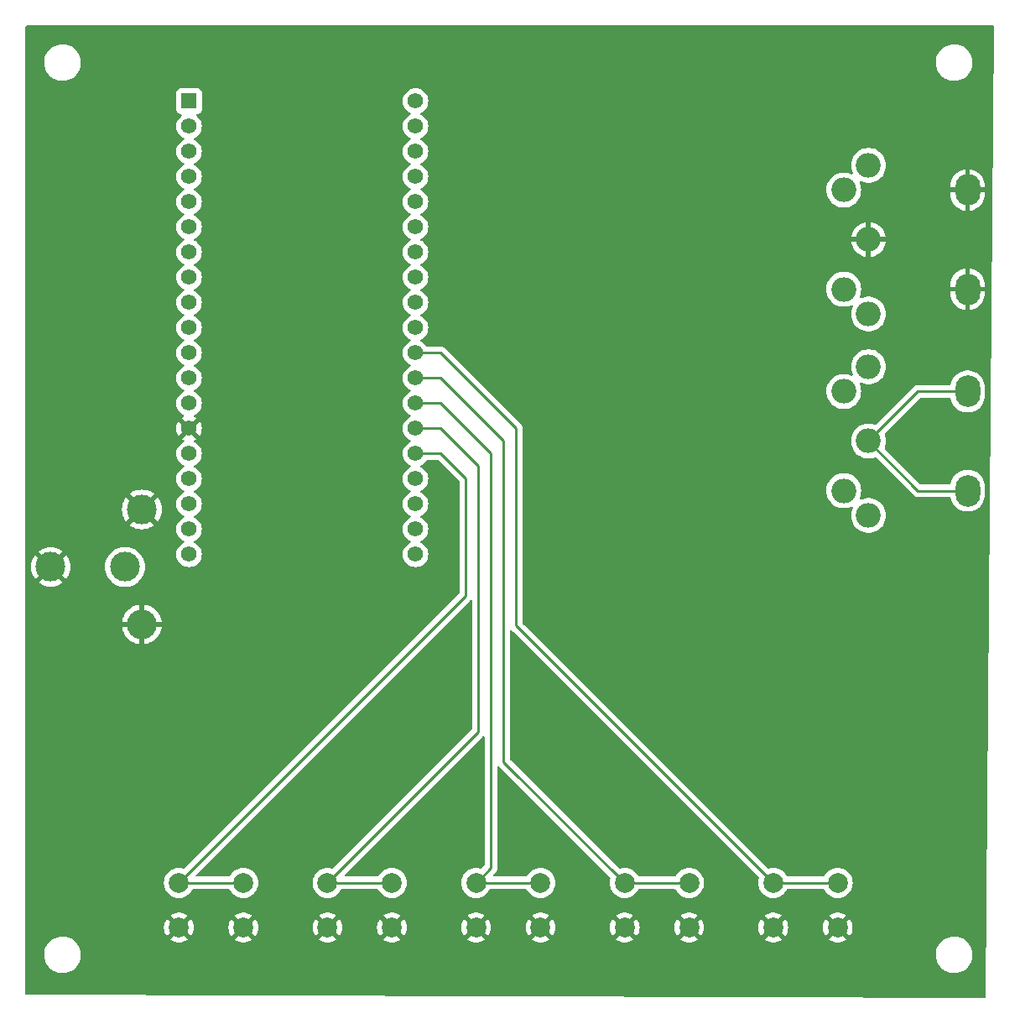
<source format=gbr>
%TF.GenerationSoftware,KiCad,Pcbnew,7.0.2-6a45011f42~172~ubuntu22.04.1*%
%TF.CreationDate,2023-05-17T15:22:17+02:00*%
%TF.ProjectId,midi,6d696469-2e6b-4696-9361-645f70636258,rev?*%
%TF.SameCoordinates,Original*%
%TF.FileFunction,Copper,L2,Bot*%
%TF.FilePolarity,Positive*%
%FSLAX46Y46*%
G04 Gerber Fmt 4.6, Leading zero omitted, Abs format (unit mm)*
G04 Created by KiCad (PCBNEW 7.0.2-6a45011f42~172~ubuntu22.04.1) date 2023-05-17 15:22:17*
%MOMM*%
%LPD*%
G01*
G04 APERTURE LIST*
%TA.AperFunction,ComponentPad*%
%ADD10C,2.000000*%
%TD*%
%TA.AperFunction,ComponentPad*%
%ADD11R,1.560000X1.560000*%
%TD*%
%TA.AperFunction,ComponentPad*%
%ADD12C,1.560000*%
%TD*%
%TA.AperFunction,ComponentPad*%
%ADD13O,2.500000X2.500000*%
%TD*%
%TA.AperFunction,ComponentPad*%
%ADD14O,2.500000X3.200000*%
%TD*%
%TA.AperFunction,ComponentPad*%
%ADD15C,3.000000*%
%TD*%
%TA.AperFunction,ComponentPad*%
%ADD16O,3.000000X3.000000*%
%TD*%
%TA.AperFunction,ViaPad*%
%ADD17C,0.800000*%
%TD*%
%TA.AperFunction,Conductor*%
%ADD18C,0.250000*%
%TD*%
G04 APERTURE END LIST*
D10*
%TO.P,SW5,1*%
%TO.N,GND*%
X76750000Y-92250000D03*
X83250000Y-92250000D03*
%TO.P,SW5,2*%
%TO.N,SW5*%
X76750000Y-87750000D03*
X83250000Y-87750000D03*
%TD*%
D11*
%TO.P,U1,J2-1,3V3*%
%TO.N,+3.3V*%
X17780000Y-8890000D03*
D12*
%TO.P,U1,J2-2,EN*%
%TO.N,unconnected-(U1-EN-PadJ2-2)*%
X17780000Y-11430000D03*
%TO.P,U1,J2-3,SENSOR_VP*%
%TO.N,unconnected-(U1-SENSOR_VP-PadJ2-3)*%
X17780000Y-13970000D03*
%TO.P,U1,J2-4,SENSOR_VN*%
%TO.N,unconnected-(U1-SENSOR_VN-PadJ2-4)*%
X17780000Y-16510000D03*
%TO.P,U1,J2-5,IO34*%
%TO.N,LED5*%
X17780000Y-19050000D03*
%TO.P,U1,J2-6,IO35*%
%TO.N,LED4*%
X17780000Y-21590000D03*
%TO.P,U1,J2-7,IO32*%
%TO.N,LED3*%
X17780000Y-24130000D03*
%TO.P,U1,J2-8,IO33*%
%TO.N,LED2*%
X17780000Y-26670000D03*
%TO.P,U1,J2-9,IO25*%
%TO.N,LED1*%
X17780000Y-29210000D03*
%TO.P,U1,J2-10,IO26*%
%TO.N,unconnected-(U1-IO26-PadJ2-10)*%
X17780000Y-31750000D03*
%TO.P,U1,J2-11,IO27*%
%TO.N,unconnected-(U1-IO27-PadJ2-11)*%
X17780000Y-34290000D03*
%TO.P,U1,J2-12,IO14*%
%TO.N,unconnected-(U1-IO14-PadJ2-12)*%
X17780000Y-36830000D03*
%TO.P,U1,J2-13,IO12*%
%TO.N,unconnected-(U1-IO12-PadJ2-13)*%
X17780000Y-39370000D03*
%TO.P,U1,J2-14,GND1*%
%TO.N,GND*%
X17780000Y-41910000D03*
%TO.P,U1,J2-15,IO13*%
%TO.N,unconnected-(U1-IO13-PadJ2-15)*%
X17780000Y-44450000D03*
%TO.P,U1,J2-16,SD2*%
%TO.N,unconnected-(U1-SD2-PadJ2-16)*%
X17780000Y-46990000D03*
%TO.P,U1,J2-17,SD3*%
%TO.N,unconnected-(U1-SD3-PadJ2-17)*%
X17780000Y-49530000D03*
%TO.P,U1,J2-18,CMD*%
%TO.N,unconnected-(U1-CMD-PadJ2-18)*%
X17780000Y-52070000D03*
%TO.P,U1,J2-19,EXT_5V*%
%TO.N,+5V*%
X17780000Y-54610000D03*
%TO.P,U1,J3-1,GND3*%
%TO.N,unconnected-(U1-GND3-PadJ3-1)*%
X40640000Y-8890000D03*
%TO.P,U1,J3-2,IO23*%
%TO.N,unconnected-(U1-IO23-PadJ3-2)*%
X40640000Y-11430000D03*
%TO.P,U1,J3-3,IO22*%
%TO.N,unconnected-(U1-IO22-PadJ3-3)*%
X40640000Y-13970000D03*
%TO.P,U1,J3-4,TXD0*%
%TO.N,unconnected-(U1-TXD0-PadJ3-4)*%
X40640000Y-16510000D03*
%TO.P,U1,J3-5,RXD0*%
%TO.N,unconnected-(U1-RXD0-PadJ3-5)*%
X40640000Y-19050000D03*
%TO.P,U1,J3-6,IO21*%
%TO.N,unconnected-(U1-IO21-PadJ3-6)*%
X40640000Y-21590000D03*
%TO.P,U1,J3-7,GND2*%
%TO.N,unconnected-(U1-GND2-PadJ3-7)*%
X40640000Y-24130000D03*
%TO.P,U1,J3-8,IO19*%
%TO.N,TX1*%
X40640000Y-26670000D03*
%TO.P,U1,J3-9,IO18*%
%TO.N,RX1*%
X40640000Y-29210000D03*
%TO.P,U1,J3-10,IO5*%
%TO.N,unconnected-(U1-IO5-PadJ3-10)*%
X40640000Y-31750000D03*
%TO.P,U1,J3-11,IO17*%
%TO.N,SW5*%
X40640000Y-34290000D03*
%TO.P,U1,J3-12,IO16*%
%TO.N,SW4*%
X40640000Y-36830000D03*
%TO.P,U1,J3-13,IO4*%
%TO.N,SW3*%
X40640000Y-39370000D03*
%TO.P,U1,J3-14,IO0*%
%TO.N,SW2*%
X40640000Y-41910000D03*
%TO.P,U1,J3-15,IO2*%
%TO.N,SW1*%
X40640000Y-44450000D03*
%TO.P,U1,J3-16,IO15*%
%TO.N,unconnected-(U1-IO15-PadJ3-16)*%
X40640000Y-46990000D03*
%TO.P,U1,J3-17,SD1*%
%TO.N,unconnected-(U1-SD1-PadJ3-17)*%
X40640000Y-49530000D03*
%TO.P,U1,J3-18,SD0*%
%TO.N,unconnected-(U1-SD0-PadJ3-18)*%
X40640000Y-52070000D03*
%TO.P,U1,J3-19,CLK*%
%TO.N,unconnected-(U1-CLK-PadJ3-19)*%
X40640000Y-54610000D03*
%TD*%
D10*
%TO.P,SW2,1*%
%TO.N,GND*%
X31750000Y-92250000D03*
X38250000Y-92250000D03*
%TO.P,SW2,2*%
%TO.N,SW2*%
X31750000Y-87750000D03*
X38250000Y-87750000D03*
%TD*%
D13*
%TO.P,M1,1*%
%TO.N,unconnected-(M1-Pad1)*%
X86360000Y-35680000D03*
D14*
%TO.P,M1,2*%
%TO.N,unconnected-(M1-Pad2)*%
X96360000Y-48180000D03*
D13*
X86360000Y-43180000D03*
D14*
X96360000Y-38180000D03*
D13*
%TO.P,M1,3*%
%TO.N,unconnected-(M1-Pad3)*%
X86360000Y-50680000D03*
%TO.P,M1,4*%
%TO.N,Net-(M1-Pad4)*%
X83860000Y-38180000D03*
%TO.P,M1,5*%
%TO.N,Net-(D1-A)*%
X83860000Y-48180000D03*
%TD*%
D10*
%TO.P,SW4,1*%
%TO.N,GND*%
X61750000Y-92250000D03*
X68250000Y-92250000D03*
%TO.P,SW4,2*%
%TO.N,SW4*%
X61750000Y-87750000D03*
X68250000Y-87750000D03*
%TD*%
%TO.P,SW3,1*%
%TO.N,GND*%
X46750000Y-92250000D03*
X53250000Y-92250000D03*
%TO.P,SW3,2*%
%TO.N,SW3*%
X46750000Y-87750000D03*
X53250000Y-87750000D03*
%TD*%
D13*
%TO.P,J1,1*%
%TO.N,unconnected-(J1-Pad1)*%
X86360000Y-15360000D03*
D14*
%TO.P,J1,2*%
%TO.N,GND*%
X96360000Y-27860000D03*
D13*
X86360000Y-22860000D03*
D14*
X96360000Y-17860000D03*
D13*
%TO.P,J1,3*%
%TO.N,unconnected-(J1-Pad3)*%
X86360000Y-30360000D03*
%TO.P,J1,4*%
%TO.N,Net-(J1-Pad4)*%
X83860000Y-17860000D03*
%TO.P,J1,5*%
%TO.N,Net-(J1-Pad5)*%
X83860000Y-27860000D03*
%TD*%
D10*
%TO.P,SW1,1*%
%TO.N,GND*%
X16750000Y-92250000D03*
X23250000Y-92250000D03*
%TO.P,SW1,2*%
%TO.N,SW1*%
X16750000Y-87750000D03*
X23250000Y-87750000D03*
%TD*%
D15*
%TO.P,P1,1,Pin_1*%
%TO.N,+5V*%
X11310000Y-55880000D03*
%TO.P,P1,2,Pin_2*%
%TO.N,GND*%
X13010000Y-50080000D03*
X3810000Y-55880000D03*
D16*
X13010000Y-61680000D03*
%TD*%
D17*
%TO.N,GND*%
X53340000Y-62230000D03*
X58420000Y-48260000D03*
%TD*%
D18*
%TO.N,GND*%
X53340000Y-62230000D02*
X53340000Y-62340000D01*
%TO.N,unconnected-(M1-Pad2)*%
X91360000Y-38180000D02*
X86360000Y-43180000D01*
X96360000Y-38180000D02*
X91360000Y-38180000D01*
X96360000Y-48180000D02*
X91360000Y-48180000D01*
X91360000Y-48180000D02*
X86360000Y-43180000D01*
%TO.N,SW1*%
X45720000Y-58780000D02*
X16750000Y-87750000D01*
X43180000Y-44450000D02*
X40640000Y-44450000D01*
X23250000Y-87750000D02*
X16750000Y-87750000D01*
X45720000Y-46990000D02*
X45720000Y-58780000D01*
X43180000Y-44450000D02*
X45720000Y-46990000D01*
%TO.N,SW2*%
X46990000Y-45720000D02*
X46990000Y-72510000D01*
X43180000Y-41910000D02*
X46990000Y-45720000D01*
X46990000Y-72510000D02*
X31750000Y-87750000D01*
X43180000Y-41910000D02*
X40640000Y-41910000D01*
X38250000Y-87750000D02*
X31750000Y-87750000D01*
%TO.N,SW3*%
X43180000Y-39370000D02*
X40640000Y-39370000D01*
X43180000Y-39370000D02*
X48260000Y-44450000D01*
X48260000Y-86240000D02*
X46750000Y-87750000D01*
X48260000Y-44450000D02*
X48260000Y-86240000D01*
X46750000Y-87750000D02*
X53250000Y-87750000D01*
%TO.N,SW4*%
X49530000Y-43180000D02*
X49530000Y-75530000D01*
X61750000Y-87750000D02*
X68250000Y-87750000D01*
X43180000Y-36830000D02*
X49530000Y-43180000D01*
X43180000Y-36830000D02*
X40640000Y-36830000D01*
X49530000Y-75530000D02*
X61750000Y-87750000D01*
%TO.N,SW5*%
X43180000Y-34290000D02*
X50800000Y-41910000D01*
X40640000Y-34290000D02*
X43180000Y-34290000D01*
X50800000Y-41910000D02*
X50800000Y-61800000D01*
X76750000Y-87750000D02*
X83250000Y-87750000D01*
X50800000Y-61800000D02*
X76750000Y-87750000D01*
%TD*%
%TA.AperFunction,Conductor*%
%TO.N,GND*%
G36*
X98990353Y-1289685D02*
G01*
X99036108Y-1342489D01*
X99047308Y-1395126D01*
X98787609Y-29942084D01*
X98156845Y-99277387D01*
X98136551Y-99344245D01*
X98083333Y-99389517D01*
X98032414Y-99400258D01*
X1393564Y-99060434D01*
X1326594Y-99040514D01*
X1281025Y-98987550D01*
X1270000Y-98936435D01*
X1270000Y-95067764D01*
X3145787Y-95067764D01*
X3175413Y-95337016D01*
X3243928Y-95599087D01*
X3349871Y-95848392D01*
X3490982Y-96079611D01*
X3580253Y-96186881D01*
X3664255Y-96287820D01*
X3865998Y-96468582D01*
X4091910Y-96618044D01*
X4198211Y-96667876D01*
X4337177Y-96733021D01*
X4596562Y-96811058D01*
X4596569Y-96811060D01*
X4864561Y-96850500D01*
X4864564Y-96850500D01*
X5065369Y-96850500D01*
X5067631Y-96850500D01*
X5270156Y-96835677D01*
X5534553Y-96776780D01*
X5787558Y-96680014D01*
X6023777Y-96547441D01*
X6238177Y-96381888D01*
X6426186Y-96186881D01*
X6583799Y-95966579D01*
X6707656Y-95725675D01*
X6795118Y-95469305D01*
X6844319Y-95202933D01*
X6849259Y-95067764D01*
X93145787Y-95067764D01*
X93175413Y-95337016D01*
X93243928Y-95599087D01*
X93349871Y-95848392D01*
X93490982Y-96079611D01*
X93580253Y-96186881D01*
X93664255Y-96287820D01*
X93865998Y-96468582D01*
X94091910Y-96618044D01*
X94198211Y-96667876D01*
X94337177Y-96733021D01*
X94596562Y-96811058D01*
X94596569Y-96811060D01*
X94864561Y-96850500D01*
X94864564Y-96850500D01*
X95065369Y-96850500D01*
X95067631Y-96850500D01*
X95270156Y-96835677D01*
X95534553Y-96776780D01*
X95787558Y-96680014D01*
X96023777Y-96547441D01*
X96238177Y-96381888D01*
X96426186Y-96186881D01*
X96583799Y-95966579D01*
X96707656Y-95725675D01*
X96795118Y-95469305D01*
X96844319Y-95202933D01*
X96854212Y-94932235D01*
X96824586Y-94662982D01*
X96756072Y-94400912D01*
X96650130Y-94151610D01*
X96509018Y-93920390D01*
X96509017Y-93920388D01*
X96335746Y-93712181D01*
X96332289Y-93709083D01*
X96134002Y-93531418D01*
X95908090Y-93381956D01*
X95908086Y-93381954D01*
X95662822Y-93266978D01*
X95403437Y-93188941D01*
X95403431Y-93188940D01*
X95135439Y-93149500D01*
X94932369Y-93149500D01*
X94930120Y-93149664D01*
X94930109Y-93149665D01*
X94729843Y-93164322D01*
X94465449Y-93223219D01*
X94212441Y-93319986D01*
X93976223Y-93452559D01*
X93761825Y-93618109D01*
X93573813Y-93813120D01*
X93416201Y-94033420D01*
X93292342Y-94274329D01*
X93204881Y-94530695D01*
X93155680Y-94797066D01*
X93145787Y-95067764D01*
X6849259Y-95067764D01*
X6854212Y-94932235D01*
X6824586Y-94662982D01*
X6756072Y-94400912D01*
X6650130Y-94151610D01*
X6509018Y-93920390D01*
X6509017Y-93920388D01*
X6335746Y-93712181D01*
X6332289Y-93709083D01*
X6134002Y-93531418D01*
X5908090Y-93381956D01*
X5908086Y-93381954D01*
X5662822Y-93266978D01*
X5403437Y-93188941D01*
X5403431Y-93188940D01*
X5135439Y-93149500D01*
X4932369Y-93149500D01*
X4930120Y-93149664D01*
X4930109Y-93149665D01*
X4729843Y-93164322D01*
X4465449Y-93223219D01*
X4212441Y-93319986D01*
X3976223Y-93452559D01*
X3761825Y-93618109D01*
X3573813Y-93813120D01*
X3416201Y-94033420D01*
X3292342Y-94274329D01*
X3204881Y-94530695D01*
X3155680Y-94797066D01*
X3145787Y-95067764D01*
X1270000Y-95067764D01*
X1270000Y-92250000D01*
X15244858Y-92250000D01*
X15265386Y-92497732D01*
X15326413Y-92738721D01*
X15426268Y-92966370D01*
X15526563Y-93119882D01*
X15526564Y-93119882D01*
X16266922Y-92379523D01*
X16290507Y-92459844D01*
X16368239Y-92580798D01*
X16476900Y-92674952D01*
X16607685Y-92734680D01*
X16617466Y-92736086D01*
X15879942Y-93473609D01*
X15879942Y-93473610D01*
X15926766Y-93510055D01*
X16145393Y-93628368D01*
X16380506Y-93709083D01*
X16625707Y-93750000D01*
X16874293Y-93750000D01*
X17119493Y-93709083D01*
X17354606Y-93628368D01*
X17573233Y-93510053D01*
X17620056Y-93473609D01*
X16882533Y-92736086D01*
X16892315Y-92734680D01*
X17023100Y-92674952D01*
X17131761Y-92580798D01*
X17209493Y-92459844D01*
X17233076Y-92379524D01*
X17973434Y-93119882D01*
X18073730Y-92966369D01*
X18173586Y-92738721D01*
X18234613Y-92497732D01*
X18255141Y-92250000D01*
X21744858Y-92250000D01*
X21765386Y-92497732D01*
X21826413Y-92738721D01*
X21926268Y-92966370D01*
X22026563Y-93119882D01*
X22026564Y-93119882D01*
X22766923Y-92379523D01*
X22790507Y-92459844D01*
X22868239Y-92580798D01*
X22976900Y-92674952D01*
X23107685Y-92734680D01*
X23117466Y-92736086D01*
X22379942Y-93473609D01*
X22379942Y-93473610D01*
X22426766Y-93510055D01*
X22645393Y-93628368D01*
X22880506Y-93709083D01*
X23125707Y-93750000D01*
X23374293Y-93750000D01*
X23619493Y-93709083D01*
X23854606Y-93628368D01*
X24073233Y-93510053D01*
X24120056Y-93473609D01*
X23382533Y-92736086D01*
X23392315Y-92734680D01*
X23523100Y-92674952D01*
X23631761Y-92580798D01*
X23709493Y-92459844D01*
X23733076Y-92379524D01*
X24473434Y-93119882D01*
X24573730Y-92966369D01*
X24673586Y-92738721D01*
X24734613Y-92497732D01*
X24755141Y-92250000D01*
X30244858Y-92250000D01*
X30265386Y-92497732D01*
X30326413Y-92738721D01*
X30426268Y-92966370D01*
X30526563Y-93119882D01*
X30526564Y-93119882D01*
X31266923Y-92379523D01*
X31290507Y-92459844D01*
X31368239Y-92580798D01*
X31476900Y-92674952D01*
X31607685Y-92734680D01*
X31617466Y-92736086D01*
X30879942Y-93473609D01*
X30879942Y-93473610D01*
X30926766Y-93510055D01*
X31145393Y-93628368D01*
X31380506Y-93709083D01*
X31625707Y-93750000D01*
X31874293Y-93750000D01*
X32119493Y-93709083D01*
X32354606Y-93628368D01*
X32573233Y-93510053D01*
X32620056Y-93473609D01*
X31882533Y-92736086D01*
X31892315Y-92734680D01*
X32023100Y-92674952D01*
X32131761Y-92580798D01*
X32209493Y-92459844D01*
X32233076Y-92379524D01*
X32973434Y-93119882D01*
X33073730Y-92966369D01*
X33173586Y-92738721D01*
X33234613Y-92497732D01*
X33255141Y-92250000D01*
X36744858Y-92250000D01*
X36765386Y-92497732D01*
X36826413Y-92738721D01*
X36926268Y-92966370D01*
X37026563Y-93119882D01*
X37026564Y-93119882D01*
X37766923Y-92379523D01*
X37790507Y-92459844D01*
X37868239Y-92580798D01*
X37976900Y-92674952D01*
X38107685Y-92734680D01*
X38117466Y-92736086D01*
X37379942Y-93473609D01*
X37379942Y-93473610D01*
X37426766Y-93510055D01*
X37645393Y-93628368D01*
X37880506Y-93709083D01*
X38125707Y-93750000D01*
X38374293Y-93750000D01*
X38619493Y-93709083D01*
X38854606Y-93628368D01*
X39073233Y-93510053D01*
X39120056Y-93473609D01*
X38382533Y-92736086D01*
X38392315Y-92734680D01*
X38523100Y-92674952D01*
X38631761Y-92580798D01*
X38709493Y-92459844D01*
X38733076Y-92379524D01*
X39473434Y-93119882D01*
X39573730Y-92966369D01*
X39673586Y-92738721D01*
X39734613Y-92497732D01*
X39755141Y-92250000D01*
X45244858Y-92250000D01*
X45265386Y-92497732D01*
X45326413Y-92738721D01*
X45426268Y-92966370D01*
X45526563Y-93119882D01*
X45526564Y-93119882D01*
X46266922Y-92379523D01*
X46290507Y-92459844D01*
X46368239Y-92580798D01*
X46476900Y-92674952D01*
X46607685Y-92734680D01*
X46617466Y-92736086D01*
X45879942Y-93473609D01*
X45879942Y-93473610D01*
X45926766Y-93510055D01*
X46145393Y-93628368D01*
X46380506Y-93709083D01*
X46625707Y-93750000D01*
X46874293Y-93750000D01*
X47119493Y-93709083D01*
X47354606Y-93628368D01*
X47573233Y-93510053D01*
X47620056Y-93473609D01*
X46882533Y-92736086D01*
X46892315Y-92734680D01*
X47023100Y-92674952D01*
X47131761Y-92580798D01*
X47209493Y-92459844D01*
X47233076Y-92379524D01*
X47973434Y-93119882D01*
X48073730Y-92966369D01*
X48173586Y-92738721D01*
X48234613Y-92497732D01*
X48255141Y-92250000D01*
X51744858Y-92250000D01*
X51765386Y-92497732D01*
X51826413Y-92738721D01*
X51926268Y-92966370D01*
X52026563Y-93119882D01*
X52026564Y-93119882D01*
X52766923Y-92379523D01*
X52790507Y-92459844D01*
X52868239Y-92580798D01*
X52976900Y-92674952D01*
X53107685Y-92734680D01*
X53117466Y-92736086D01*
X52379942Y-93473609D01*
X52379942Y-93473610D01*
X52426766Y-93510055D01*
X52645393Y-93628368D01*
X52880506Y-93709083D01*
X53125707Y-93750000D01*
X53374293Y-93750000D01*
X53619493Y-93709083D01*
X53854606Y-93628368D01*
X54073233Y-93510053D01*
X54120056Y-93473609D01*
X53382533Y-92736086D01*
X53392315Y-92734680D01*
X53523100Y-92674952D01*
X53631761Y-92580798D01*
X53709493Y-92459844D01*
X53733076Y-92379524D01*
X54473434Y-93119882D01*
X54573730Y-92966369D01*
X54673586Y-92738721D01*
X54734613Y-92497732D01*
X54755141Y-92250000D01*
X54755141Y-92249999D01*
X60244858Y-92249999D01*
X60265386Y-92497732D01*
X60326413Y-92738721D01*
X60426268Y-92966370D01*
X60526563Y-93119882D01*
X60526564Y-93119882D01*
X61266923Y-92379523D01*
X61290507Y-92459844D01*
X61368239Y-92580798D01*
X61476900Y-92674952D01*
X61607685Y-92734680D01*
X61617466Y-92736086D01*
X60879942Y-93473609D01*
X60879942Y-93473610D01*
X60926766Y-93510055D01*
X61145393Y-93628368D01*
X61380506Y-93709083D01*
X61625707Y-93750000D01*
X61874293Y-93750000D01*
X62119493Y-93709083D01*
X62354606Y-93628368D01*
X62573233Y-93510053D01*
X62620056Y-93473609D01*
X61882533Y-92736086D01*
X61892315Y-92734680D01*
X62023100Y-92674952D01*
X62131761Y-92580798D01*
X62209493Y-92459844D01*
X62233076Y-92379525D01*
X62973434Y-93119882D01*
X63073730Y-92966369D01*
X63173586Y-92738721D01*
X63234613Y-92497732D01*
X63255141Y-92250000D01*
X66744858Y-92250000D01*
X66765386Y-92497732D01*
X66826413Y-92738721D01*
X66926268Y-92966370D01*
X67026563Y-93119882D01*
X67026564Y-93119882D01*
X67766923Y-92379523D01*
X67790507Y-92459844D01*
X67868239Y-92580798D01*
X67976900Y-92674952D01*
X68107685Y-92734680D01*
X68117466Y-92736086D01*
X67379942Y-93473609D01*
X67379942Y-93473610D01*
X67426766Y-93510055D01*
X67645393Y-93628368D01*
X67880506Y-93709083D01*
X68125707Y-93750000D01*
X68374293Y-93750000D01*
X68619493Y-93709083D01*
X68854606Y-93628368D01*
X69073233Y-93510053D01*
X69120056Y-93473609D01*
X68382533Y-92736086D01*
X68392315Y-92734680D01*
X68523100Y-92674952D01*
X68631761Y-92580798D01*
X68709493Y-92459844D01*
X68733076Y-92379524D01*
X69473434Y-93119882D01*
X69573730Y-92966369D01*
X69673586Y-92738721D01*
X69734613Y-92497732D01*
X69755141Y-92250000D01*
X69755141Y-92249999D01*
X75244858Y-92249999D01*
X75265386Y-92497732D01*
X75326413Y-92738721D01*
X75426268Y-92966370D01*
X75526563Y-93119882D01*
X75526564Y-93119882D01*
X76266923Y-92379523D01*
X76290507Y-92459844D01*
X76368239Y-92580798D01*
X76476900Y-92674952D01*
X76607685Y-92734680D01*
X76617466Y-92736086D01*
X75879942Y-93473609D01*
X75879942Y-93473610D01*
X75926766Y-93510055D01*
X76145393Y-93628368D01*
X76380506Y-93709083D01*
X76625707Y-93750000D01*
X76874293Y-93750000D01*
X77119493Y-93709083D01*
X77354606Y-93628368D01*
X77573233Y-93510053D01*
X77620056Y-93473609D01*
X76882533Y-92736086D01*
X76892315Y-92734680D01*
X77023100Y-92674952D01*
X77131761Y-92580798D01*
X77209493Y-92459844D01*
X77233076Y-92379524D01*
X77973434Y-93119882D01*
X78073730Y-92966369D01*
X78173586Y-92738721D01*
X78234613Y-92497732D01*
X78255141Y-92250000D01*
X81744858Y-92250000D01*
X81765386Y-92497732D01*
X81826413Y-92738721D01*
X81926268Y-92966370D01*
X82026563Y-93119882D01*
X82026564Y-93119882D01*
X82766923Y-92379523D01*
X82790507Y-92459844D01*
X82868239Y-92580798D01*
X82976900Y-92674952D01*
X83107685Y-92734680D01*
X83117466Y-92736086D01*
X82379942Y-93473609D01*
X82379942Y-93473610D01*
X82426766Y-93510055D01*
X82645393Y-93628368D01*
X82880506Y-93709083D01*
X83125707Y-93750000D01*
X83374293Y-93750000D01*
X83619493Y-93709083D01*
X83854606Y-93628368D01*
X84073233Y-93510053D01*
X84120056Y-93473609D01*
X83382533Y-92736086D01*
X83392315Y-92734680D01*
X83523100Y-92674952D01*
X83631761Y-92580798D01*
X83709493Y-92459844D01*
X83733076Y-92379524D01*
X84473434Y-93119882D01*
X84573730Y-92966369D01*
X84673586Y-92738721D01*
X84734613Y-92497732D01*
X84755141Y-92249999D01*
X84734613Y-92002267D01*
X84673586Y-91761278D01*
X84573730Y-91533630D01*
X84473434Y-91380116D01*
X83733076Y-92120475D01*
X83709493Y-92040156D01*
X83631761Y-91919202D01*
X83523100Y-91825048D01*
X83392315Y-91765320D01*
X83382534Y-91763913D01*
X84120057Y-91026390D01*
X84120056Y-91026388D01*
X84073235Y-90989947D01*
X83854606Y-90871631D01*
X83619493Y-90790916D01*
X83374293Y-90750000D01*
X83125707Y-90750000D01*
X82880506Y-90790916D01*
X82645393Y-90871631D01*
X82426764Y-90989946D01*
X82379942Y-91026388D01*
X82379942Y-91026390D01*
X83117466Y-91763913D01*
X83107685Y-91765320D01*
X82976900Y-91825048D01*
X82868239Y-91919202D01*
X82790507Y-92040156D01*
X82766923Y-92120475D01*
X82026564Y-91380116D01*
X81926266Y-91533634D01*
X81826413Y-91761278D01*
X81765386Y-92002267D01*
X81744858Y-92250000D01*
X78255141Y-92250000D01*
X78234613Y-92002267D01*
X78173586Y-91761278D01*
X78073730Y-91533630D01*
X77973434Y-91380116D01*
X77233076Y-92120475D01*
X77209493Y-92040156D01*
X77131761Y-91919202D01*
X77023100Y-91825048D01*
X76892315Y-91765320D01*
X76882534Y-91763913D01*
X77620057Y-91026390D01*
X77620056Y-91026388D01*
X77573235Y-90989947D01*
X77354606Y-90871631D01*
X77119493Y-90790916D01*
X76874293Y-90750000D01*
X76625707Y-90750000D01*
X76380506Y-90790916D01*
X76145393Y-90871631D01*
X75926764Y-90989946D01*
X75879942Y-91026388D01*
X75879942Y-91026390D01*
X76617466Y-91763913D01*
X76607685Y-91765320D01*
X76476900Y-91825048D01*
X76368239Y-91919202D01*
X76290507Y-92040156D01*
X76266923Y-92120475D01*
X75526564Y-91380116D01*
X75426266Y-91533634D01*
X75326413Y-91761278D01*
X75265386Y-92002267D01*
X75244858Y-92249999D01*
X69755141Y-92249999D01*
X69734613Y-92002267D01*
X69673586Y-91761278D01*
X69573730Y-91533630D01*
X69473434Y-91380116D01*
X68733076Y-92120475D01*
X68709493Y-92040156D01*
X68631761Y-91919202D01*
X68523100Y-91825048D01*
X68392315Y-91765320D01*
X68382534Y-91763913D01*
X69120057Y-91026390D01*
X69120056Y-91026388D01*
X69073235Y-90989947D01*
X68854606Y-90871631D01*
X68619493Y-90790916D01*
X68374293Y-90750000D01*
X68125707Y-90750000D01*
X67880506Y-90790916D01*
X67645393Y-90871631D01*
X67426764Y-90989946D01*
X67379942Y-91026388D01*
X67379942Y-91026390D01*
X68117466Y-91763913D01*
X68107685Y-91765320D01*
X67976900Y-91825048D01*
X67868239Y-91919202D01*
X67790507Y-92040156D01*
X67766923Y-92120475D01*
X67026564Y-91380116D01*
X66926266Y-91533634D01*
X66826413Y-91761278D01*
X66765386Y-92002267D01*
X66744858Y-92250000D01*
X63255141Y-92250000D01*
X63234613Y-92002267D01*
X63173586Y-91761278D01*
X63073730Y-91533630D01*
X62973434Y-91380116D01*
X62233076Y-92120474D01*
X62209493Y-92040156D01*
X62131761Y-91919202D01*
X62023100Y-91825048D01*
X61892315Y-91765320D01*
X61882534Y-91763913D01*
X62620057Y-91026390D01*
X62620056Y-91026388D01*
X62573235Y-90989947D01*
X62354606Y-90871631D01*
X62119493Y-90790916D01*
X61874293Y-90750000D01*
X61625707Y-90750000D01*
X61380506Y-90790916D01*
X61145393Y-90871631D01*
X60926764Y-90989946D01*
X60879942Y-91026388D01*
X60879942Y-91026390D01*
X61617466Y-91763913D01*
X61607685Y-91765320D01*
X61476900Y-91825048D01*
X61368239Y-91919202D01*
X61290507Y-92040156D01*
X61266923Y-92120475D01*
X60526564Y-91380116D01*
X60426266Y-91533634D01*
X60326413Y-91761278D01*
X60265386Y-92002267D01*
X60244858Y-92249999D01*
X54755141Y-92249999D01*
X54734613Y-92002267D01*
X54673586Y-91761278D01*
X54573730Y-91533630D01*
X54473434Y-91380116D01*
X53733076Y-92120475D01*
X53709493Y-92040156D01*
X53631761Y-91919202D01*
X53523100Y-91825048D01*
X53392315Y-91765320D01*
X53382534Y-91763913D01*
X54120057Y-91026390D01*
X54120056Y-91026388D01*
X54073235Y-90989947D01*
X53854606Y-90871631D01*
X53619493Y-90790916D01*
X53374293Y-90750000D01*
X53125707Y-90750000D01*
X52880506Y-90790916D01*
X52645393Y-90871631D01*
X52426764Y-90989946D01*
X52379942Y-91026388D01*
X52379942Y-91026390D01*
X53117466Y-91763913D01*
X53107685Y-91765320D01*
X52976900Y-91825048D01*
X52868239Y-91919202D01*
X52790507Y-92040156D01*
X52766923Y-92120475D01*
X52026564Y-91380116D01*
X51926266Y-91533634D01*
X51826413Y-91761278D01*
X51765386Y-92002267D01*
X51744858Y-92250000D01*
X48255141Y-92250000D01*
X48234613Y-92002267D01*
X48173586Y-91761278D01*
X48073730Y-91533630D01*
X47973434Y-91380116D01*
X47233076Y-92120475D01*
X47209493Y-92040156D01*
X47131761Y-91919202D01*
X47023100Y-91825048D01*
X46892315Y-91765320D01*
X46882532Y-91763913D01*
X47620056Y-91026389D01*
X47620056Y-91026387D01*
X47573235Y-90989947D01*
X47354606Y-90871631D01*
X47119493Y-90790916D01*
X46874293Y-90750000D01*
X46625707Y-90750000D01*
X46380506Y-90790916D01*
X46145393Y-90871631D01*
X45926764Y-90989946D01*
X45879942Y-91026388D01*
X45879942Y-91026390D01*
X46617464Y-91763913D01*
X46607685Y-91765320D01*
X46476900Y-91825048D01*
X46368239Y-91919202D01*
X46290507Y-92040156D01*
X46266923Y-92120475D01*
X45526564Y-91380116D01*
X45426266Y-91533634D01*
X45326413Y-91761278D01*
X45265386Y-92002267D01*
X45244858Y-92250000D01*
X39755141Y-92250000D01*
X39755141Y-92249999D01*
X39734613Y-92002267D01*
X39673586Y-91761278D01*
X39573730Y-91533630D01*
X39473434Y-91380116D01*
X38733076Y-92120475D01*
X38709493Y-92040156D01*
X38631761Y-91919202D01*
X38523100Y-91825048D01*
X38392315Y-91765320D01*
X38382534Y-91763913D01*
X39120057Y-91026390D01*
X39120056Y-91026388D01*
X39073235Y-90989947D01*
X38854606Y-90871631D01*
X38619493Y-90790916D01*
X38374293Y-90750000D01*
X38125707Y-90750000D01*
X37880506Y-90790916D01*
X37645393Y-90871631D01*
X37426764Y-90989946D01*
X37379942Y-91026388D01*
X37379942Y-91026390D01*
X38117466Y-91763913D01*
X38107685Y-91765320D01*
X37976900Y-91825048D01*
X37868239Y-91919202D01*
X37790507Y-92040156D01*
X37766923Y-92120475D01*
X37026564Y-91380116D01*
X36926266Y-91533634D01*
X36826413Y-91761278D01*
X36765386Y-92002267D01*
X36744858Y-92250000D01*
X33255141Y-92250000D01*
X33234613Y-92002267D01*
X33173586Y-91761278D01*
X33073730Y-91533630D01*
X32973434Y-91380116D01*
X32233076Y-92120474D01*
X32209493Y-92040156D01*
X32131761Y-91919202D01*
X32023100Y-91825048D01*
X31892315Y-91765320D01*
X31882532Y-91763913D01*
X32620056Y-91026389D01*
X32620056Y-91026387D01*
X32573235Y-90989947D01*
X32354606Y-90871631D01*
X32119493Y-90790916D01*
X31874293Y-90750000D01*
X31625707Y-90750000D01*
X31380506Y-90790916D01*
X31145393Y-90871631D01*
X30926764Y-90989946D01*
X30879942Y-91026388D01*
X30879942Y-91026390D01*
X31617464Y-91763913D01*
X31607685Y-91765320D01*
X31476900Y-91825048D01*
X31368239Y-91919202D01*
X31290507Y-92040156D01*
X31266923Y-92120475D01*
X30526564Y-91380116D01*
X30426266Y-91533634D01*
X30326413Y-91761278D01*
X30265386Y-92002267D01*
X30244858Y-92250000D01*
X24755141Y-92250000D01*
X24734613Y-92002267D01*
X24673586Y-91761278D01*
X24573730Y-91533630D01*
X24473434Y-91380116D01*
X23733076Y-92120475D01*
X23709493Y-92040156D01*
X23631761Y-91919202D01*
X23523100Y-91825048D01*
X23392315Y-91765320D01*
X23382534Y-91763913D01*
X24120057Y-91026390D01*
X24120056Y-91026388D01*
X24073235Y-90989947D01*
X23854606Y-90871631D01*
X23619493Y-90790916D01*
X23374293Y-90750000D01*
X23125707Y-90750000D01*
X22880506Y-90790916D01*
X22645393Y-90871631D01*
X22426764Y-90989946D01*
X22379942Y-91026388D01*
X22379942Y-91026390D01*
X23117466Y-91763913D01*
X23107685Y-91765320D01*
X22976900Y-91825048D01*
X22868239Y-91919202D01*
X22790507Y-92040156D01*
X22766923Y-92120475D01*
X22026564Y-91380116D01*
X21926266Y-91533634D01*
X21826413Y-91761278D01*
X21765386Y-92002267D01*
X21744858Y-92250000D01*
X18255141Y-92250000D01*
X18234613Y-92002267D01*
X18173586Y-91761278D01*
X18073730Y-91533630D01*
X17973434Y-91380116D01*
X17233076Y-92120475D01*
X17209493Y-92040156D01*
X17131761Y-91919202D01*
X17023100Y-91825048D01*
X16892315Y-91765320D01*
X16882534Y-91763913D01*
X17620057Y-91026390D01*
X17620056Y-91026388D01*
X17573235Y-90989947D01*
X17354606Y-90871631D01*
X17119493Y-90790916D01*
X16874293Y-90750000D01*
X16625707Y-90750000D01*
X16380506Y-90790916D01*
X16145393Y-90871631D01*
X15926764Y-90989946D01*
X15879942Y-91026388D01*
X15879942Y-91026390D01*
X16617466Y-91763913D01*
X16607685Y-91765320D01*
X16476900Y-91825048D01*
X16368239Y-91919202D01*
X16290507Y-92040156D01*
X16266923Y-92120475D01*
X15526564Y-91380116D01*
X15426266Y-91533634D01*
X15326413Y-91761278D01*
X15265386Y-92002267D01*
X15244858Y-92250000D01*
X1270000Y-92250000D01*
X1270000Y-87750000D01*
X15236835Y-87750000D01*
X15255465Y-87986712D01*
X15310894Y-88217593D01*
X15356327Y-88327278D01*
X15401760Y-88436963D01*
X15525824Y-88639416D01*
X15680031Y-88819969D01*
X15860584Y-88974176D01*
X16063037Y-89098240D01*
X16282406Y-89189105D01*
X16513289Y-89244535D01*
X16750000Y-89263165D01*
X16986711Y-89244535D01*
X17217594Y-89189105D01*
X17436963Y-89098240D01*
X17639416Y-88974176D01*
X17819969Y-88819969D01*
X17974176Y-88639416D01*
X18094718Y-88442709D01*
X18146530Y-88395835D01*
X18200445Y-88383500D01*
X21799555Y-88383500D01*
X21866594Y-88403185D01*
X21905281Y-88442709D01*
X22025824Y-88639416D01*
X22180031Y-88819969D01*
X22360584Y-88974176D01*
X22563037Y-89098240D01*
X22782406Y-89189105D01*
X23013289Y-89244535D01*
X23250000Y-89263165D01*
X23486711Y-89244535D01*
X23717594Y-89189105D01*
X23936963Y-89098240D01*
X24139416Y-88974176D01*
X24319969Y-88819969D01*
X24474176Y-88639416D01*
X24598240Y-88436963D01*
X24689105Y-88217594D01*
X24744535Y-87986711D01*
X24763165Y-87750000D01*
X24744535Y-87513289D01*
X24689105Y-87282406D01*
X24598240Y-87063037D01*
X24474176Y-86860584D01*
X24319969Y-86680031D01*
X24139416Y-86525824D01*
X23936963Y-86401760D01*
X23771055Y-86333039D01*
X23717593Y-86310894D01*
X23486712Y-86255465D01*
X23250000Y-86236835D01*
X23013287Y-86255465D01*
X22782406Y-86310894D01*
X22563035Y-86401761D01*
X22360585Y-86525823D01*
X22180031Y-86680031D01*
X22025823Y-86860585D01*
X21905282Y-87057290D01*
X21853470Y-87104165D01*
X21799555Y-87116500D01*
X18578766Y-87116500D01*
X18511727Y-87096815D01*
X18465972Y-87044011D01*
X18456028Y-86974853D01*
X18485053Y-86911297D01*
X18491085Y-86904819D01*
X30179671Y-75216233D01*
X46108818Y-59287085D01*
X46125098Y-59274044D01*
X46127016Y-59272000D01*
X46127018Y-59272000D01*
X46142107Y-59255930D01*
X46202347Y-59220536D01*
X46272161Y-59223328D01*
X46329383Y-59263421D01*
X46355845Y-59328086D01*
X46356500Y-59340814D01*
X46356500Y-72196232D01*
X46336815Y-72263271D01*
X46320181Y-72283913D01*
X32327666Y-86276427D01*
X32266343Y-86309912D01*
X32211038Y-86309320D01*
X31986712Y-86255465D01*
X31750000Y-86236835D01*
X31513287Y-86255465D01*
X31282406Y-86310894D01*
X31063035Y-86401761D01*
X30860585Y-86525823D01*
X30680031Y-86680031D01*
X30525823Y-86860585D01*
X30401761Y-87063035D01*
X30310894Y-87282406D01*
X30255465Y-87513287D01*
X30236835Y-87750000D01*
X30255465Y-87986712D01*
X30310894Y-88217593D01*
X30356327Y-88327278D01*
X30401760Y-88436963D01*
X30525824Y-88639416D01*
X30680031Y-88819969D01*
X30860584Y-88974176D01*
X31063037Y-89098240D01*
X31282406Y-89189105D01*
X31513289Y-89244535D01*
X31750000Y-89263165D01*
X31986711Y-89244535D01*
X32217594Y-89189105D01*
X32436963Y-89098240D01*
X32639416Y-88974176D01*
X32819969Y-88819969D01*
X32974176Y-88639416D01*
X33094718Y-88442709D01*
X33146530Y-88395835D01*
X33200445Y-88383500D01*
X36799555Y-88383500D01*
X36866594Y-88403185D01*
X36905281Y-88442709D01*
X37025824Y-88639416D01*
X37180031Y-88819969D01*
X37360584Y-88974176D01*
X37563037Y-89098240D01*
X37782406Y-89189105D01*
X38013289Y-89244535D01*
X38250000Y-89263165D01*
X38486711Y-89244535D01*
X38717594Y-89189105D01*
X38936963Y-89098240D01*
X39139416Y-88974176D01*
X39319969Y-88819969D01*
X39474176Y-88639416D01*
X39598240Y-88436963D01*
X39689105Y-88217594D01*
X39744535Y-87986711D01*
X39763165Y-87750000D01*
X39744535Y-87513289D01*
X39689105Y-87282406D01*
X39598240Y-87063037D01*
X39474176Y-86860584D01*
X39319969Y-86680031D01*
X39139416Y-86525824D01*
X38936963Y-86401760D01*
X38771055Y-86333039D01*
X38717593Y-86310894D01*
X38486712Y-86255465D01*
X38250000Y-86236835D01*
X38013287Y-86255465D01*
X37782406Y-86310894D01*
X37563035Y-86401761D01*
X37360585Y-86525823D01*
X37180031Y-86680031D01*
X37025823Y-86860585D01*
X36905282Y-87057290D01*
X36853470Y-87104165D01*
X36799555Y-87116500D01*
X33578766Y-87116500D01*
X33511727Y-87096815D01*
X33465972Y-87044011D01*
X33456028Y-86974853D01*
X33485053Y-86911297D01*
X33491085Y-86904819D01*
X34469672Y-85926232D01*
X47378816Y-73017086D01*
X47395098Y-73004043D01*
X47397014Y-73002002D01*
X47397018Y-73002000D01*
X47412107Y-72985930D01*
X47472347Y-72950536D01*
X47542161Y-72953328D01*
X47599383Y-72993421D01*
X47625845Y-73058086D01*
X47626500Y-73070814D01*
X47626500Y-85926232D01*
X47606815Y-85993271D01*
X47590181Y-86013913D01*
X47327666Y-86276427D01*
X47266343Y-86309912D01*
X47211038Y-86309320D01*
X46986712Y-86255465D01*
X46750000Y-86236835D01*
X46513287Y-86255465D01*
X46282406Y-86310894D01*
X46063035Y-86401761D01*
X45860585Y-86525823D01*
X45680031Y-86680031D01*
X45525823Y-86860585D01*
X45401761Y-87063035D01*
X45310894Y-87282406D01*
X45255465Y-87513287D01*
X45236835Y-87750000D01*
X45255465Y-87986712D01*
X45310894Y-88217593D01*
X45356327Y-88327278D01*
X45401760Y-88436963D01*
X45525824Y-88639416D01*
X45680031Y-88819969D01*
X45860584Y-88974176D01*
X46063037Y-89098240D01*
X46282406Y-89189105D01*
X46513289Y-89244535D01*
X46750000Y-89263165D01*
X46986711Y-89244535D01*
X47217594Y-89189105D01*
X47436963Y-89098240D01*
X47639416Y-88974176D01*
X47819969Y-88819969D01*
X47974176Y-88639416D01*
X48094718Y-88442709D01*
X48146530Y-88395835D01*
X48200445Y-88383500D01*
X51799555Y-88383500D01*
X51866594Y-88403185D01*
X51905281Y-88442709D01*
X52025824Y-88639416D01*
X52180031Y-88819969D01*
X52360584Y-88974176D01*
X52563037Y-89098240D01*
X52782406Y-89189105D01*
X53013289Y-89244535D01*
X53250000Y-89263165D01*
X53486711Y-89244535D01*
X53717594Y-89189105D01*
X53936963Y-89098240D01*
X54139416Y-88974176D01*
X54319969Y-88819969D01*
X54474176Y-88639416D01*
X54598240Y-88436963D01*
X54689105Y-88217594D01*
X54744535Y-87986711D01*
X54763165Y-87750000D01*
X54744535Y-87513289D01*
X54689105Y-87282406D01*
X54598240Y-87063037D01*
X54474176Y-86860584D01*
X54319969Y-86680031D01*
X54139416Y-86525824D01*
X53936963Y-86401760D01*
X53771055Y-86333039D01*
X53717593Y-86310894D01*
X53486712Y-86255465D01*
X53368355Y-86246149D01*
X53250000Y-86236835D01*
X53249999Y-86236835D01*
X53013287Y-86255465D01*
X52782406Y-86310894D01*
X52563035Y-86401761D01*
X52360585Y-86525823D01*
X52180031Y-86680031D01*
X52025823Y-86860585D01*
X51905282Y-87057290D01*
X51853470Y-87104165D01*
X51799555Y-87116500D01*
X48578765Y-87116500D01*
X48511726Y-87096815D01*
X48465971Y-87044011D01*
X48456027Y-86974853D01*
X48485052Y-86911297D01*
X48491063Y-86904839D01*
X48648820Y-86747082D01*
X48665098Y-86734043D01*
X48667014Y-86732002D01*
X48667018Y-86732000D01*
X48713706Y-86682279D01*
X48716324Y-86679578D01*
X48736134Y-86659770D01*
X48738664Y-86656508D01*
X48746243Y-86647632D01*
X48776586Y-86615321D01*
X48786422Y-86597427D01*
X48797102Y-86581168D01*
X48809613Y-86565041D01*
X48827211Y-86524372D01*
X48832341Y-86513900D01*
X48853695Y-86475060D01*
X48858772Y-86455282D01*
X48865074Y-86436878D01*
X48873181Y-86418145D01*
X48880112Y-86374375D01*
X48882475Y-86362966D01*
X48893500Y-86320030D01*
X48893500Y-86299609D01*
X48895027Y-86280210D01*
X48898219Y-86260057D01*
X48894050Y-86215949D01*
X48893500Y-86204281D01*
X48893500Y-76089133D01*
X48913185Y-76022094D01*
X48965989Y-75976339D01*
X49035147Y-75966395D01*
X49096549Y-75993597D01*
X49098678Y-75995358D01*
X49107308Y-76003212D01*
X60276428Y-87172333D01*
X60309913Y-87233656D01*
X60309321Y-87288961D01*
X60255465Y-87513287D01*
X60236835Y-87750000D01*
X60255465Y-87986712D01*
X60310894Y-88217593D01*
X60356327Y-88327278D01*
X60401760Y-88436963D01*
X60525824Y-88639416D01*
X60680031Y-88819969D01*
X60860584Y-88974176D01*
X61063037Y-89098240D01*
X61282406Y-89189105D01*
X61513289Y-89244535D01*
X61750000Y-89263165D01*
X61986711Y-89244535D01*
X62217594Y-89189105D01*
X62436963Y-89098240D01*
X62639416Y-88974176D01*
X62819969Y-88819969D01*
X62974176Y-88639416D01*
X63094718Y-88442709D01*
X63146530Y-88395835D01*
X63200445Y-88383500D01*
X66799555Y-88383500D01*
X66866594Y-88403185D01*
X66905281Y-88442709D01*
X67025824Y-88639416D01*
X67180031Y-88819969D01*
X67360584Y-88974176D01*
X67563037Y-89098240D01*
X67782406Y-89189105D01*
X68013289Y-89244535D01*
X68250000Y-89263165D01*
X68486711Y-89244535D01*
X68717594Y-89189105D01*
X68936963Y-89098240D01*
X69139416Y-88974176D01*
X69319969Y-88819969D01*
X69474176Y-88639416D01*
X69598240Y-88436963D01*
X69689105Y-88217594D01*
X69744535Y-87986711D01*
X69763165Y-87750000D01*
X69744535Y-87513289D01*
X69689105Y-87282406D01*
X69598240Y-87063037D01*
X69474176Y-86860584D01*
X69319969Y-86680031D01*
X69139416Y-86525824D01*
X68936963Y-86401760D01*
X68771055Y-86333039D01*
X68717593Y-86310894D01*
X68486712Y-86255465D01*
X68250000Y-86236835D01*
X68013287Y-86255465D01*
X67782406Y-86310894D01*
X67563035Y-86401761D01*
X67360585Y-86525823D01*
X67180031Y-86680031D01*
X67025823Y-86860585D01*
X66905282Y-87057290D01*
X66853470Y-87104165D01*
X66799555Y-87116500D01*
X63200445Y-87116500D01*
X63133406Y-87096815D01*
X63094718Y-87057290D01*
X63001283Y-86904819D01*
X62974176Y-86860584D01*
X62819969Y-86680031D01*
X62639416Y-86525824D01*
X62436963Y-86401760D01*
X62271055Y-86333039D01*
X62217593Y-86310894D01*
X61986712Y-86255465D01*
X61750000Y-86236835D01*
X61513287Y-86255465D01*
X61288960Y-86309321D01*
X61219177Y-86305830D01*
X61172332Y-86276428D01*
X50199819Y-75303914D01*
X50166334Y-75242591D01*
X50163500Y-75216233D01*
X50163500Y-62359133D01*
X50183185Y-62292094D01*
X50235989Y-62246339D01*
X50305147Y-62236395D01*
X50366549Y-62263597D01*
X50368678Y-62265358D01*
X50377308Y-62273212D01*
X75276428Y-87172333D01*
X75309913Y-87233656D01*
X75309321Y-87288961D01*
X75255465Y-87513287D01*
X75236835Y-87750000D01*
X75255465Y-87986712D01*
X75310894Y-88217593D01*
X75356327Y-88327278D01*
X75401760Y-88436963D01*
X75525824Y-88639416D01*
X75680031Y-88819969D01*
X75860584Y-88974176D01*
X76063037Y-89098240D01*
X76282406Y-89189105D01*
X76513289Y-89244535D01*
X76750000Y-89263165D01*
X76986711Y-89244535D01*
X77217594Y-89189105D01*
X77436963Y-89098240D01*
X77639416Y-88974176D01*
X77819969Y-88819969D01*
X77974176Y-88639416D01*
X78094718Y-88442709D01*
X78146530Y-88395835D01*
X78200445Y-88383500D01*
X81799555Y-88383500D01*
X81866594Y-88403185D01*
X81905281Y-88442709D01*
X82025824Y-88639416D01*
X82180031Y-88819969D01*
X82360584Y-88974176D01*
X82563037Y-89098240D01*
X82782406Y-89189105D01*
X83013289Y-89244535D01*
X83250000Y-89263165D01*
X83486711Y-89244535D01*
X83717594Y-89189105D01*
X83936963Y-89098240D01*
X84139416Y-88974176D01*
X84319969Y-88819969D01*
X84474176Y-88639416D01*
X84598240Y-88436963D01*
X84689105Y-88217594D01*
X84744535Y-87986711D01*
X84763165Y-87750000D01*
X84744535Y-87513289D01*
X84689105Y-87282406D01*
X84598240Y-87063037D01*
X84474176Y-86860584D01*
X84319969Y-86680031D01*
X84139416Y-86525824D01*
X83936963Y-86401760D01*
X83771055Y-86333039D01*
X83717593Y-86310894D01*
X83486712Y-86255465D01*
X83250000Y-86236835D01*
X83013287Y-86255465D01*
X82782406Y-86310894D01*
X82563035Y-86401761D01*
X82360585Y-86525823D01*
X82180031Y-86680031D01*
X82025823Y-86860585D01*
X81905282Y-87057290D01*
X81853470Y-87104165D01*
X81799555Y-87116500D01*
X78200445Y-87116500D01*
X78133406Y-87096815D01*
X78094718Y-87057290D01*
X78001283Y-86904819D01*
X77974176Y-86860584D01*
X77819969Y-86680031D01*
X77639416Y-86525824D01*
X77436963Y-86401760D01*
X77271055Y-86333039D01*
X77217593Y-86310894D01*
X76986712Y-86255465D01*
X76868355Y-86246149D01*
X76750000Y-86236835D01*
X76749999Y-86236835D01*
X76513287Y-86255465D01*
X76288960Y-86309321D01*
X76219177Y-86305830D01*
X76172332Y-86276428D01*
X51469819Y-61573914D01*
X51436334Y-61512591D01*
X51433500Y-61486233D01*
X51433500Y-48179999D01*
X82096568Y-48179999D01*
X82116264Y-48442824D01*
X82160436Y-48636353D01*
X82174913Y-48699780D01*
X82271204Y-48945124D01*
X82402985Y-49173376D01*
X82567314Y-49379438D01*
X82567316Y-49379440D01*
X82567317Y-49379441D01*
X82760513Y-49558701D01*
X82760515Y-49558702D01*
X82760519Y-49558706D01*
X82978285Y-49707176D01*
X83215746Y-49821532D01*
X83467600Y-49899218D01*
X83681964Y-49931528D01*
X83728218Y-49938500D01*
X83728219Y-49938500D01*
X83991782Y-49938500D01*
X84031064Y-49932579D01*
X84252400Y-49899218D01*
X84504254Y-49821532D01*
X84593933Y-49778344D01*
X84662872Y-49766993D01*
X84727007Y-49794715D01*
X84765973Y-49852710D01*
X84767398Y-49922565D01*
X84763161Y-49935367D01*
X84674913Y-50160217D01*
X84616264Y-50417175D01*
X84596568Y-50679999D01*
X84616264Y-50942824D01*
X84674913Y-51199780D01*
X84771204Y-51445124D01*
X84895328Y-51660115D01*
X84902985Y-51673376D01*
X85067314Y-51879438D01*
X85067316Y-51879440D01*
X85067317Y-51879441D01*
X85260513Y-52058701D01*
X85260515Y-52058702D01*
X85260519Y-52058706D01*
X85478285Y-52207176D01*
X85715746Y-52321532D01*
X85967600Y-52399218D01*
X86181964Y-52431528D01*
X86228218Y-52438500D01*
X86228219Y-52438500D01*
X86491782Y-52438500D01*
X86531063Y-52432579D01*
X86752400Y-52399218D01*
X87004254Y-52321532D01*
X87241716Y-52207176D01*
X87459481Y-52058706D01*
X87652686Y-51879438D01*
X87817015Y-51673376D01*
X87948796Y-51445124D01*
X88045087Y-51199780D01*
X88103735Y-50942826D01*
X88123431Y-50680000D01*
X88103735Y-50417174D01*
X88045087Y-50160220D01*
X87948796Y-49914876D01*
X87817015Y-49686624D01*
X87652686Y-49480562D01*
X87652685Y-49480561D01*
X87459483Y-49301295D01*
X87241713Y-49152822D01*
X87004252Y-49038467D01*
X86752401Y-48960782D01*
X86491782Y-48921500D01*
X86491781Y-48921500D01*
X86228219Y-48921500D01*
X86228218Y-48921500D01*
X85967598Y-48960782D01*
X85715747Y-49038467D01*
X85626068Y-49081655D01*
X85557126Y-49093007D01*
X85492992Y-49065285D01*
X85454026Y-49007290D01*
X85452601Y-48937435D01*
X85456834Y-48924641D01*
X85545087Y-48699780D01*
X85603735Y-48442826D01*
X85623431Y-48180000D01*
X85603735Y-47917174D01*
X85545087Y-47660220D01*
X85448796Y-47414876D01*
X85317015Y-47186624D01*
X85152686Y-46980562D01*
X85055202Y-46890110D01*
X84959483Y-46801295D01*
X84741713Y-46652822D01*
X84504252Y-46538467D01*
X84252401Y-46460782D01*
X83991782Y-46421500D01*
X83991781Y-46421500D01*
X83728219Y-46421500D01*
X83728218Y-46421500D01*
X83467598Y-46460782D01*
X83215748Y-46538467D01*
X82978287Y-46652822D01*
X82760513Y-46801298D01*
X82567317Y-46980558D01*
X82402984Y-47186624D01*
X82271204Y-47414875D01*
X82174913Y-47660219D01*
X82116264Y-47917175D01*
X82096568Y-48179999D01*
X51433500Y-48179999D01*
X51433500Y-43180000D01*
X84596568Y-43180000D01*
X84616264Y-43442824D01*
X84674913Y-43699780D01*
X84771204Y-43945124D01*
X84901287Y-44170436D01*
X84902985Y-44173376D01*
X85067314Y-44379438D01*
X85067316Y-44379440D01*
X85067317Y-44379441D01*
X85260513Y-44558701D01*
X85260515Y-44558702D01*
X85260519Y-44558706D01*
X85478285Y-44707176D01*
X85715746Y-44821532D01*
X85967600Y-44899218D01*
X86181964Y-44931528D01*
X86228218Y-44938500D01*
X86228219Y-44938500D01*
X86491782Y-44938500D01*
X86622090Y-44918859D01*
X86752400Y-44899218D01*
X87004254Y-44821532D01*
X87004256Y-44821530D01*
X87010331Y-44819657D01*
X87080195Y-44818707D01*
X87134562Y-44850467D01*
X90852912Y-48568817D01*
X90865956Y-48585098D01*
X90867999Y-48587016D01*
X90868000Y-48587018D01*
X90917684Y-48633674D01*
X90920448Y-48636353D01*
X90940230Y-48656135D01*
X90943306Y-48658521D01*
X90943503Y-48658674D01*
X90952372Y-48666249D01*
X90984679Y-48696586D01*
X91002564Y-48706418D01*
X91018825Y-48717099D01*
X91034959Y-48729614D01*
X91075625Y-48747210D01*
X91086112Y-48752348D01*
X91124940Y-48773695D01*
X91144708Y-48778770D01*
X91163119Y-48785073D01*
X91181855Y-48793181D01*
X91225626Y-48800113D01*
X91237041Y-48802477D01*
X91279970Y-48813500D01*
X91300384Y-48813500D01*
X91319783Y-48815027D01*
X91339943Y-48818220D01*
X91384056Y-48814050D01*
X91395726Y-48813500D01*
X94522097Y-48813500D01*
X94589136Y-48833185D01*
X94634891Y-48885989D01*
X94642988Y-48909907D01*
X94674913Y-49049780D01*
X94771204Y-49295124D01*
X94902984Y-49523375D01*
X95067314Y-49729438D01*
X95260516Y-49908704D01*
X95260519Y-49908706D01*
X95478284Y-50057176D01*
X95715746Y-50171532D01*
X95967600Y-50249218D01*
X96181964Y-50281528D01*
X96228218Y-50288500D01*
X96228219Y-50288500D01*
X96491782Y-50288500D01*
X96531063Y-50282579D01*
X96752400Y-50249218D01*
X97004254Y-50171532D01*
X97241715Y-50057176D01*
X97459481Y-49908706D01*
X97652686Y-49729438D01*
X97817015Y-49523376D01*
X97948796Y-49295124D01*
X98045087Y-49049780D01*
X98103735Y-48792826D01*
X98118500Y-48595800D01*
X98118500Y-47764200D01*
X98103735Y-47567174D01*
X98045087Y-47310220D01*
X97948796Y-47064876D01*
X97817015Y-46836624D01*
X97652686Y-46630562D01*
X97568979Y-46552893D01*
X97459483Y-46451295D01*
X97241713Y-46302822D01*
X97004252Y-46188467D01*
X96752401Y-46110782D01*
X96491782Y-46071500D01*
X96491781Y-46071500D01*
X96228219Y-46071500D01*
X96228218Y-46071500D01*
X95967598Y-46110782D01*
X95715748Y-46188467D01*
X95478287Y-46302822D01*
X95260513Y-46451298D01*
X95067317Y-46630558D01*
X94902984Y-46836624D01*
X94771204Y-47064875D01*
X94674913Y-47310219D01*
X94642988Y-47450093D01*
X94608879Y-47511071D01*
X94547218Y-47543929D01*
X94522097Y-47546500D01*
X91673766Y-47546500D01*
X91606727Y-47526815D01*
X91586085Y-47510181D01*
X88026563Y-43950658D01*
X87993078Y-43889335D01*
X87998062Y-43819643D01*
X87998790Y-43817740D01*
X88045087Y-43699780D01*
X88103735Y-43442826D01*
X88123431Y-43180000D01*
X88103735Y-42917174D01*
X88045087Y-42660220D01*
X87998814Y-42542322D01*
X87992646Y-42472727D01*
X88025083Y-42410844D01*
X88026500Y-42409402D01*
X91586085Y-38849819D01*
X91647409Y-38816334D01*
X91673767Y-38813500D01*
X94522097Y-38813500D01*
X94589136Y-38833185D01*
X94634891Y-38885989D01*
X94642988Y-38909907D01*
X94674913Y-39049780D01*
X94771204Y-39295124D01*
X94902984Y-39523375D01*
X95067314Y-39729438D01*
X95260516Y-39908704D01*
X95260519Y-39908706D01*
X95478284Y-40057176D01*
X95715746Y-40171532D01*
X95967600Y-40249218D01*
X96181964Y-40281528D01*
X96228218Y-40288500D01*
X96228219Y-40288500D01*
X96491782Y-40288500D01*
X96531064Y-40282579D01*
X96752400Y-40249218D01*
X97004254Y-40171532D01*
X97241715Y-40057176D01*
X97459481Y-39908706D01*
X97652686Y-39729438D01*
X97817015Y-39523376D01*
X97948796Y-39295124D01*
X98045087Y-39049780D01*
X98103735Y-38792826D01*
X98118500Y-38595800D01*
X98118500Y-37764200D01*
X98103735Y-37567174D01*
X98045087Y-37310220D01*
X97948796Y-37064876D01*
X97817015Y-36836624D01*
X97652686Y-36630562D01*
X97572448Y-36556112D01*
X97459483Y-36451295D01*
X97241713Y-36302822D01*
X97004252Y-36188467D01*
X96752401Y-36110782D01*
X96491782Y-36071500D01*
X96491781Y-36071500D01*
X96228219Y-36071500D01*
X96228218Y-36071500D01*
X95967598Y-36110782D01*
X95715748Y-36188467D01*
X95478287Y-36302822D01*
X95260513Y-36451298D01*
X95067317Y-36630558D01*
X94902984Y-36836624D01*
X94771204Y-37064875D01*
X94674913Y-37310219D01*
X94642988Y-37450093D01*
X94608879Y-37511071D01*
X94547218Y-37543929D01*
X94522097Y-37546500D01*
X91443633Y-37546500D01*
X91422890Y-37544210D01*
X91351969Y-37546439D01*
X91348074Y-37546500D01*
X91320144Y-37546500D01*
X91316289Y-37546986D01*
X91316255Y-37546989D01*
X91316024Y-37547019D01*
X91304404Y-37547933D01*
X91260110Y-37549325D01*
X91240501Y-37555022D01*
X91221461Y-37558965D01*
X91201205Y-37561525D01*
X91160005Y-37577836D01*
X91148961Y-37581617D01*
X91106410Y-37593981D01*
X91106407Y-37593982D01*
X91088827Y-37604377D01*
X91071370Y-37612930D01*
X91052378Y-37620449D01*
X91016534Y-37646491D01*
X91006777Y-37652901D01*
X90968638Y-37675457D01*
X90954200Y-37689895D01*
X90939411Y-37702525D01*
X90922894Y-37714525D01*
X90894644Y-37748673D01*
X90886783Y-37757311D01*
X87134561Y-41509532D01*
X87073238Y-41543017D01*
X87010331Y-41540342D01*
X86752401Y-41460782D01*
X86491782Y-41421500D01*
X86491781Y-41421500D01*
X86228219Y-41421500D01*
X86228218Y-41421500D01*
X85967598Y-41460782D01*
X85715748Y-41538467D01*
X85478287Y-41652822D01*
X85260513Y-41801298D01*
X85067317Y-41980558D01*
X84902984Y-42186624D01*
X84771204Y-42414875D01*
X84674913Y-42660219D01*
X84616264Y-42917175D01*
X84596568Y-43180000D01*
X51433500Y-43180000D01*
X51433500Y-41993627D01*
X51435789Y-41972894D01*
X51433561Y-41901999D01*
X51433500Y-41898104D01*
X51433500Y-41874035D01*
X51433500Y-41870144D01*
X51432982Y-41866043D01*
X51432064Y-41854387D01*
X51430673Y-41810110D01*
X51424978Y-41790511D01*
X51421033Y-41771462D01*
X51418474Y-41751203D01*
X51402162Y-41710004D01*
X51398377Y-41698950D01*
X51386018Y-41656407D01*
X51383007Y-41651316D01*
X51375624Y-41638831D01*
X51367064Y-41621357D01*
X51359552Y-41602384D01*
X51359552Y-41602383D01*
X51333510Y-41566540D01*
X51327095Y-41556773D01*
X51304544Y-41518639D01*
X51297406Y-41511501D01*
X51290101Y-41504196D01*
X51277469Y-41489405D01*
X51265474Y-41472895D01*
X51265472Y-41472893D01*
X51231324Y-41444643D01*
X51222696Y-41436791D01*
X47965905Y-38180000D01*
X82096568Y-38180000D01*
X82116264Y-38442824D01*
X82150651Y-38593483D01*
X82174913Y-38699780D01*
X82271204Y-38945124D01*
X82402985Y-39173376D01*
X82567314Y-39379438D01*
X82567316Y-39379440D01*
X82567317Y-39379441D01*
X82760513Y-39558701D01*
X82760515Y-39558702D01*
X82760519Y-39558706D01*
X82978285Y-39707176D01*
X83215746Y-39821532D01*
X83467600Y-39899218D01*
X83681964Y-39931528D01*
X83728218Y-39938500D01*
X83728219Y-39938500D01*
X83991782Y-39938500D01*
X84031064Y-39932579D01*
X84252400Y-39899218D01*
X84504254Y-39821532D01*
X84741716Y-39707176D01*
X84959481Y-39558706D01*
X85152686Y-39379438D01*
X85317015Y-39173376D01*
X85448796Y-38945124D01*
X85545087Y-38699780D01*
X85603735Y-38442826D01*
X85623431Y-38180000D01*
X85603735Y-37917174D01*
X85545087Y-37660220D01*
X85545086Y-37660217D01*
X85456838Y-37435366D01*
X85450669Y-37365770D01*
X85483107Y-37303886D01*
X85543852Y-37269363D01*
X85613618Y-37273162D01*
X85626045Y-37278334D01*
X85715746Y-37321532D01*
X85967600Y-37399218D01*
X86181964Y-37431528D01*
X86228218Y-37438500D01*
X86228219Y-37438500D01*
X86491782Y-37438500D01*
X86531064Y-37432579D01*
X86752400Y-37399218D01*
X87004254Y-37321532D01*
X87241716Y-37207176D01*
X87459481Y-37058706D01*
X87652686Y-36879438D01*
X87817015Y-36673376D01*
X87948796Y-36445124D01*
X88045087Y-36199780D01*
X88103735Y-35942826D01*
X88123431Y-35680000D01*
X88103735Y-35417174D01*
X88045087Y-35160220D01*
X87948796Y-34914876D01*
X87817015Y-34686624D01*
X87652686Y-34480562D01*
X87652682Y-34480558D01*
X87459483Y-34301295D01*
X87241713Y-34152822D01*
X87004252Y-34038467D01*
X86752401Y-33960782D01*
X86491782Y-33921500D01*
X86491781Y-33921500D01*
X86228219Y-33921500D01*
X86228218Y-33921500D01*
X85967598Y-33960782D01*
X85715748Y-34038467D01*
X85478287Y-34152822D01*
X85260513Y-34301298D01*
X85067317Y-34480558D01*
X84902984Y-34686624D01*
X84771204Y-34914875D01*
X84674913Y-35160219D01*
X84616264Y-35417175D01*
X84596568Y-35679999D01*
X84616264Y-35942824D01*
X84674913Y-36199782D01*
X84763161Y-36424632D01*
X84769330Y-36494228D01*
X84736892Y-36556112D01*
X84676147Y-36590635D01*
X84606381Y-36586836D01*
X84593932Y-36581654D01*
X84504255Y-36538468D01*
X84252401Y-36460782D01*
X83991782Y-36421500D01*
X83991781Y-36421500D01*
X83728219Y-36421500D01*
X83728218Y-36421500D01*
X83467598Y-36460782D01*
X83215748Y-36538467D01*
X82978287Y-36652822D01*
X82760513Y-36801298D01*
X82567317Y-36980558D01*
X82402984Y-37186624D01*
X82271204Y-37414875D01*
X82174913Y-37660219D01*
X82116264Y-37917175D01*
X82096568Y-38180000D01*
X47965905Y-38180000D01*
X43687088Y-33901183D01*
X43674044Y-33884902D01*
X43672000Y-33882983D01*
X43672000Y-33882982D01*
X43622315Y-33836325D01*
X43619550Y-33833645D01*
X43602527Y-33816622D01*
X43599770Y-33813865D01*
X43596486Y-33811317D01*
X43587623Y-33803746D01*
X43555321Y-33773414D01*
X43537433Y-33763580D01*
X43521169Y-33752896D01*
X43505040Y-33740385D01*
X43464377Y-33722789D01*
X43453883Y-33717648D01*
X43415062Y-33696305D01*
X43403386Y-33693307D01*
X43395284Y-33691227D01*
X43376879Y-33684926D01*
X43358145Y-33676819D01*
X43358143Y-33676818D01*
X43358142Y-33676818D01*
X43314383Y-33669887D01*
X43302943Y-33667518D01*
X43260031Y-33656500D01*
X43260030Y-33656500D01*
X43239616Y-33656500D01*
X43220217Y-33654973D01*
X43200058Y-33651780D01*
X43200057Y-33651780D01*
X43167318Y-33654874D01*
X43155943Y-33655950D01*
X43144274Y-33656500D01*
X41833936Y-33656500D01*
X41766897Y-33636815D01*
X41732363Y-33603625D01*
X41630819Y-33458604D01*
X41471396Y-33299181D01*
X41286712Y-33169864D01*
X41236860Y-33146618D01*
X41206329Y-33132381D01*
X41153891Y-33086210D01*
X41134739Y-33019016D01*
X41154955Y-32952135D01*
X41206329Y-32907618D01*
X41286711Y-32870136D01*
X41471396Y-32740819D01*
X41630819Y-32581396D01*
X41760136Y-32396711D01*
X41855419Y-32192376D01*
X41913772Y-31974600D01*
X41933422Y-31750000D01*
X41913772Y-31525400D01*
X41855419Y-31307624D01*
X41760136Y-31103289D01*
X41630819Y-30918604D01*
X41471396Y-30759181D01*
X41471396Y-30759180D01*
X41286712Y-30629864D01*
X41236860Y-30606618D01*
X41206329Y-30592381D01*
X41153891Y-30546210D01*
X41134739Y-30479016D01*
X41154955Y-30412135D01*
X41206329Y-30367618D01*
X41286711Y-30330136D01*
X41471396Y-30200819D01*
X41630819Y-30041396D01*
X41760136Y-29856711D01*
X41855419Y-29652376D01*
X41913772Y-29434600D01*
X41933422Y-29210000D01*
X41913772Y-28985400D01*
X41855419Y-28767624D01*
X41760136Y-28563289D01*
X41630819Y-28378604D01*
X41471396Y-28219181D01*
X41471396Y-28219180D01*
X41286712Y-28089864D01*
X41236860Y-28066618D01*
X41206329Y-28052381D01*
X41153891Y-28006210D01*
X41134739Y-27939016D01*
X41154955Y-27872135D01*
X41168960Y-27859999D01*
X82096568Y-27859999D01*
X82116264Y-28122824D01*
X82138257Y-28219181D01*
X82174913Y-28379780D01*
X82271204Y-28625124D01*
X82402985Y-28853376D01*
X82567314Y-29059438D01*
X82567316Y-29059440D01*
X82567317Y-29059441D01*
X82760513Y-29238701D01*
X82760515Y-29238702D01*
X82760519Y-29238706D01*
X82978285Y-29387176D01*
X83215746Y-29501532D01*
X83467600Y-29579218D01*
X83681964Y-29611528D01*
X83728218Y-29618500D01*
X83728219Y-29618500D01*
X83991782Y-29618500D01*
X84031064Y-29612579D01*
X84252400Y-29579218D01*
X84504254Y-29501532D01*
X84593933Y-29458344D01*
X84662872Y-29446993D01*
X84727007Y-29474715D01*
X84765973Y-29532710D01*
X84767398Y-29602565D01*
X84763161Y-29615367D01*
X84674913Y-29840217D01*
X84616264Y-30097175D01*
X84596568Y-30359999D01*
X84616264Y-30622824D01*
X84617871Y-30629864D01*
X84674913Y-30879780D01*
X84771204Y-31125124D01*
X84902985Y-31353376D01*
X85067314Y-31559438D01*
X85067316Y-31559440D01*
X85067317Y-31559441D01*
X85260513Y-31738701D01*
X85260515Y-31738702D01*
X85260519Y-31738706D01*
X85478285Y-31887176D01*
X85715746Y-32001532D01*
X85967600Y-32079218D01*
X86181964Y-32111528D01*
X86228218Y-32118500D01*
X86228219Y-32118500D01*
X86491782Y-32118500D01*
X86531064Y-32112579D01*
X86752400Y-32079218D01*
X87004254Y-32001532D01*
X87241716Y-31887176D01*
X87459481Y-31738706D01*
X87652686Y-31559438D01*
X87817015Y-31353376D01*
X87948796Y-31125124D01*
X88045087Y-30879780D01*
X88103735Y-30622826D01*
X88123431Y-30360000D01*
X88103735Y-30097174D01*
X88045087Y-29840220D01*
X87948796Y-29594876D01*
X87817015Y-29366624D01*
X87652686Y-29160562D01*
X87652685Y-29160561D01*
X87459483Y-28981295D01*
X87241713Y-28832822D01*
X87004252Y-28718467D01*
X86752401Y-28640782D01*
X86491782Y-28601500D01*
X86491781Y-28601500D01*
X86228219Y-28601500D01*
X86228218Y-28601500D01*
X85967598Y-28640782D01*
X85715747Y-28718467D01*
X85626068Y-28761655D01*
X85557126Y-28773007D01*
X85492992Y-28745285D01*
X85454026Y-28687290D01*
X85452601Y-28617435D01*
X85456834Y-28604641D01*
X85545087Y-28379780D01*
X85569422Y-28273162D01*
X94610000Y-28273162D01*
X94610173Y-28277794D01*
X94624693Y-28471552D01*
X94683059Y-28727270D01*
X94778882Y-28971424D01*
X94910027Y-29198573D01*
X95073562Y-29403640D01*
X95265833Y-29582042D01*
X95482545Y-29729793D01*
X95718860Y-29843596D01*
X95969496Y-29920908D01*
X96110000Y-29942085D01*
X96110000Y-28234624D01*
X96124505Y-28307545D01*
X96179760Y-28390240D01*
X96262455Y-28445495D01*
X96360000Y-28464898D01*
X96457545Y-28445495D01*
X96540240Y-28390240D01*
X96595495Y-28307545D01*
X96610000Y-28234624D01*
X96610000Y-29942084D01*
X96750503Y-29920908D01*
X97001139Y-29843596D01*
X97237453Y-29729793D01*
X97454165Y-29582042D01*
X97646437Y-29403640D01*
X97809972Y-29198573D01*
X97941117Y-28971424D01*
X98036940Y-28727270D01*
X98095306Y-28471552D01*
X98109826Y-28277794D01*
X98110000Y-28273162D01*
X98110000Y-28110000D01*
X96610000Y-28110000D01*
X96610000Y-27610000D01*
X98110000Y-27610000D01*
X98110000Y-27446837D01*
X98109826Y-27442205D01*
X98095306Y-27248447D01*
X98036940Y-26992729D01*
X97941117Y-26748575D01*
X97809972Y-26521426D01*
X97646437Y-26316359D01*
X97454166Y-26137957D01*
X97237454Y-25990206D01*
X97001139Y-25876403D01*
X96750503Y-25799091D01*
X96610000Y-25777914D01*
X96610000Y-27485376D01*
X96595495Y-27412455D01*
X96540240Y-27329760D01*
X96457545Y-27274505D01*
X96360000Y-27255102D01*
X96262455Y-27274505D01*
X96179760Y-27329760D01*
X96124505Y-27412455D01*
X96110000Y-27485376D01*
X96110000Y-25777914D01*
X95969496Y-25799091D01*
X95718860Y-25876403D01*
X95482546Y-25990206D01*
X95265834Y-26137957D01*
X95073562Y-26316359D01*
X94910027Y-26521426D01*
X94778882Y-26748575D01*
X94683059Y-26992729D01*
X94624693Y-27248447D01*
X94610173Y-27442205D01*
X94610000Y-27446837D01*
X94610000Y-27610000D01*
X96110000Y-27610000D01*
X96110000Y-28110000D01*
X94610000Y-28110000D01*
X94610000Y-28273162D01*
X85569422Y-28273162D01*
X85603735Y-28122826D01*
X85623431Y-27860000D01*
X85603735Y-27597174D01*
X85545087Y-27340220D01*
X85448796Y-27094876D01*
X85317015Y-26866624D01*
X85152686Y-26660562D01*
X85152682Y-26660558D01*
X84959483Y-26481295D01*
X84741713Y-26332822D01*
X84504252Y-26218467D01*
X84252401Y-26140782D01*
X83991782Y-26101500D01*
X83991781Y-26101500D01*
X83728219Y-26101500D01*
X83728218Y-26101500D01*
X83467598Y-26140782D01*
X83215748Y-26218467D01*
X82978287Y-26332822D01*
X82760513Y-26481298D01*
X82567317Y-26660558D01*
X82402984Y-26866624D01*
X82271204Y-27094875D01*
X82174913Y-27340219D01*
X82116264Y-27597175D01*
X82096568Y-27859999D01*
X41168960Y-27859999D01*
X41206329Y-27827618D01*
X41286711Y-27790136D01*
X41471396Y-27660819D01*
X41630819Y-27501396D01*
X41760136Y-27316711D01*
X41855419Y-27112376D01*
X41913772Y-26894600D01*
X41933422Y-26670000D01*
X41913772Y-26445400D01*
X41855419Y-26227624D01*
X41760136Y-26023289D01*
X41630819Y-25838604D01*
X41471396Y-25679181D01*
X41471395Y-25679180D01*
X41286713Y-25549865D01*
X41206329Y-25512381D01*
X41153890Y-25466208D01*
X41134739Y-25399014D01*
X41154955Y-25332133D01*
X41206326Y-25287619D01*
X41286711Y-25250136D01*
X41471396Y-25120819D01*
X41630819Y-24961396D01*
X41760136Y-24776711D01*
X41855419Y-24572376D01*
X41913772Y-24354600D01*
X41933422Y-24130000D01*
X41913772Y-23905400D01*
X41855419Y-23687624D01*
X41760136Y-23483289D01*
X41630819Y-23298604D01*
X41471396Y-23139181D01*
X41429721Y-23110000D01*
X41286712Y-23009864D01*
X41228599Y-22982766D01*
X41206329Y-22972381D01*
X41153891Y-22926210D01*
X41134739Y-22859016D01*
X41154955Y-22792135D01*
X41206329Y-22747618D01*
X41286711Y-22710136D01*
X41429722Y-22609999D01*
X84623827Y-22609999D01*
X84623828Y-22610000D01*
X85759272Y-22610000D01*
X85736900Y-22657543D01*
X85706127Y-22818862D01*
X85716439Y-22982766D01*
X85757780Y-23110000D01*
X84623828Y-23110000D01*
X84624693Y-23121552D01*
X84683059Y-23377270D01*
X84778882Y-23621424D01*
X84910027Y-23848573D01*
X85073562Y-24053640D01*
X85265834Y-24232042D01*
X85482546Y-24379793D01*
X85718860Y-24493596D01*
X85969496Y-24570908D01*
X86110000Y-24592085D01*
X86110000Y-23464310D01*
X86118817Y-23469158D01*
X86277886Y-23510000D01*
X86400894Y-23510000D01*
X86522933Y-23494583D01*
X86610000Y-23460110D01*
X86610000Y-24592084D01*
X86750503Y-24570908D01*
X87001139Y-24493596D01*
X87237454Y-24379793D01*
X87454166Y-24232042D01*
X87646437Y-24053640D01*
X87809972Y-23848573D01*
X87941117Y-23621424D01*
X88036940Y-23377270D01*
X88095306Y-23121552D01*
X88096172Y-23110000D01*
X86960728Y-23110000D01*
X86983100Y-23062457D01*
X87013873Y-22901138D01*
X87003561Y-22737234D01*
X86962220Y-22610000D01*
X88096172Y-22610000D01*
X88096172Y-22609999D01*
X88095306Y-22598447D01*
X88036940Y-22342729D01*
X87941117Y-22098575D01*
X87809972Y-21871426D01*
X87646437Y-21666359D01*
X87454166Y-21487957D01*
X87237454Y-21340206D01*
X87001139Y-21226403D01*
X86750503Y-21149091D01*
X86610000Y-21127914D01*
X86610000Y-22255689D01*
X86601183Y-22250842D01*
X86442114Y-22210000D01*
X86319106Y-22210000D01*
X86197067Y-22225417D01*
X86109999Y-22259889D01*
X86110000Y-21127914D01*
X85969496Y-21149091D01*
X85718860Y-21226403D01*
X85482546Y-21340206D01*
X85265834Y-21487957D01*
X85073562Y-21666359D01*
X84910027Y-21871426D01*
X84778882Y-22098575D01*
X84683059Y-22342729D01*
X84624693Y-22598447D01*
X84623827Y-22609999D01*
X41429722Y-22609999D01*
X41471396Y-22580819D01*
X41630819Y-22421396D01*
X41760136Y-22236711D01*
X41855419Y-22032376D01*
X41913772Y-21814600D01*
X41933422Y-21590000D01*
X41913772Y-21365400D01*
X41855419Y-21147624D01*
X41760136Y-20943289D01*
X41630819Y-20758604D01*
X41471396Y-20599181D01*
X41471396Y-20599180D01*
X41286712Y-20469864D01*
X41236860Y-20446618D01*
X41206329Y-20432381D01*
X41153891Y-20386210D01*
X41134739Y-20319016D01*
X41154955Y-20252135D01*
X41206329Y-20207618D01*
X41286711Y-20170136D01*
X41471396Y-20040819D01*
X41630819Y-19881396D01*
X41760136Y-19696711D01*
X41855419Y-19492376D01*
X41913772Y-19274600D01*
X41933422Y-19050000D01*
X41913772Y-18825400D01*
X41855419Y-18607624D01*
X41760136Y-18403289D01*
X41630819Y-18218604D01*
X41471396Y-18059181D01*
X41471395Y-18059180D01*
X41286712Y-17929864D01*
X41236860Y-17906618D01*
X41206329Y-17892381D01*
X41169552Y-17859999D01*
X82096568Y-17859999D01*
X82116264Y-18122824D01*
X82141782Y-18234624D01*
X82174913Y-18379780D01*
X82271204Y-18625124D01*
X82402985Y-18853376D01*
X82567314Y-19059438D01*
X82567316Y-19059440D01*
X82567317Y-19059441D01*
X82760513Y-19238701D01*
X82760515Y-19238702D01*
X82760519Y-19238706D01*
X82978285Y-19387176D01*
X83215746Y-19501532D01*
X83467600Y-19579218D01*
X83681964Y-19611528D01*
X83728218Y-19618500D01*
X83728219Y-19618500D01*
X83991782Y-19618500D01*
X84031064Y-19612579D01*
X84252400Y-19579218D01*
X84504254Y-19501532D01*
X84741716Y-19387176D01*
X84959481Y-19238706D01*
X85152686Y-19059438D01*
X85317015Y-18853376D01*
X85448796Y-18625124D01*
X85545087Y-18379780D01*
X85569422Y-18273162D01*
X94610000Y-18273162D01*
X94610173Y-18277794D01*
X94624693Y-18471552D01*
X94683059Y-18727270D01*
X94778882Y-18971424D01*
X94910027Y-19198573D01*
X95073562Y-19403640D01*
X95265833Y-19582042D01*
X95482545Y-19729793D01*
X95718860Y-19843596D01*
X95969496Y-19920908D01*
X96110000Y-19942085D01*
X96110000Y-18234624D01*
X96124505Y-18307545D01*
X96179760Y-18390240D01*
X96262455Y-18445495D01*
X96360000Y-18464898D01*
X96457545Y-18445495D01*
X96540240Y-18390240D01*
X96595495Y-18307545D01*
X96610000Y-18234624D01*
X96610000Y-19942084D01*
X96750503Y-19920908D01*
X97001139Y-19843596D01*
X97237453Y-19729793D01*
X97454165Y-19582042D01*
X97646437Y-19403640D01*
X97809972Y-19198573D01*
X97941117Y-18971424D01*
X98036940Y-18727270D01*
X98095306Y-18471552D01*
X98109826Y-18277794D01*
X98110000Y-18273162D01*
X98110000Y-18110000D01*
X96610000Y-18110000D01*
X96610000Y-17610000D01*
X98110000Y-17610000D01*
X98110000Y-17446837D01*
X98109826Y-17442205D01*
X98095306Y-17248447D01*
X98036940Y-16992729D01*
X97941117Y-16748575D01*
X97809972Y-16521426D01*
X97646437Y-16316359D01*
X97454166Y-16137957D01*
X97237454Y-15990206D01*
X97001139Y-15876403D01*
X96750503Y-15799091D01*
X96610000Y-15777914D01*
X96610000Y-17485376D01*
X96595495Y-17412455D01*
X96540240Y-17329760D01*
X96457545Y-17274505D01*
X96360000Y-17255102D01*
X96262455Y-17274505D01*
X96179760Y-17329760D01*
X96124505Y-17412455D01*
X96110000Y-17485376D01*
X96110000Y-15777914D01*
X95969496Y-15799091D01*
X95718860Y-15876403D01*
X95482546Y-15990206D01*
X95265834Y-16137957D01*
X95073562Y-16316359D01*
X94910027Y-16521426D01*
X94778882Y-16748575D01*
X94683059Y-16992729D01*
X94624693Y-17248447D01*
X94610173Y-17442205D01*
X94610000Y-17446837D01*
X94610000Y-17610000D01*
X96110000Y-17610000D01*
X96110000Y-18110000D01*
X94610000Y-18110000D01*
X94610000Y-18273162D01*
X85569422Y-18273162D01*
X85603735Y-18122826D01*
X85623431Y-17860000D01*
X85603735Y-17597174D01*
X85545087Y-17340220D01*
X85519296Y-17274505D01*
X85456838Y-17115366D01*
X85450669Y-17045770D01*
X85483107Y-16983886D01*
X85543852Y-16949363D01*
X85613618Y-16953162D01*
X85626045Y-16958334D01*
X85715746Y-17001532D01*
X85967600Y-17079218D01*
X86181964Y-17111528D01*
X86228218Y-17118500D01*
X86228219Y-17118500D01*
X86491782Y-17118500D01*
X86531063Y-17112579D01*
X86752400Y-17079218D01*
X87004254Y-17001532D01*
X87241716Y-16887176D01*
X87459481Y-16738706D01*
X87652686Y-16559438D01*
X87817015Y-16353376D01*
X87948796Y-16125124D01*
X88045087Y-15879780D01*
X88103735Y-15622826D01*
X88123431Y-15360000D01*
X88103735Y-15097174D01*
X88045087Y-14840220D01*
X87948796Y-14594876D01*
X87817015Y-14366624D01*
X87652686Y-14160562D01*
X87652682Y-14160558D01*
X87459483Y-13981295D01*
X87241713Y-13832822D01*
X87004252Y-13718467D01*
X86752401Y-13640782D01*
X86491782Y-13601500D01*
X86491781Y-13601500D01*
X86228219Y-13601500D01*
X86228218Y-13601500D01*
X85967598Y-13640782D01*
X85715748Y-13718467D01*
X85478287Y-13832822D01*
X85260513Y-13981298D01*
X85067317Y-14160558D01*
X84902984Y-14366624D01*
X84771204Y-14594875D01*
X84674913Y-14840219D01*
X84616264Y-15097175D01*
X84596568Y-15360000D01*
X84616264Y-15622824D01*
X84674913Y-15879782D01*
X84763161Y-16104632D01*
X84769330Y-16174228D01*
X84736892Y-16236112D01*
X84676147Y-16270635D01*
X84606381Y-16266836D01*
X84593932Y-16261654D01*
X84504255Y-16218468D01*
X84252401Y-16140782D01*
X83991782Y-16101500D01*
X83991781Y-16101500D01*
X83728219Y-16101500D01*
X83728218Y-16101500D01*
X83467598Y-16140782D01*
X83215748Y-16218467D01*
X82978287Y-16332822D01*
X82760513Y-16481298D01*
X82567317Y-16660558D01*
X82402984Y-16866624D01*
X82271204Y-17094875D01*
X82174913Y-17340219D01*
X82116264Y-17597175D01*
X82096568Y-17859999D01*
X41169552Y-17859999D01*
X41153891Y-17846210D01*
X41134739Y-17779016D01*
X41154955Y-17712135D01*
X41206329Y-17667618D01*
X41286711Y-17630136D01*
X41471396Y-17500819D01*
X41630819Y-17341396D01*
X41760136Y-17156711D01*
X41855419Y-16952376D01*
X41913772Y-16734600D01*
X41933422Y-16510000D01*
X41913772Y-16285400D01*
X41855419Y-16067624D01*
X41760136Y-15863289D01*
X41630819Y-15678604D01*
X41471396Y-15519181D01*
X41471395Y-15519180D01*
X41286712Y-15389864D01*
X41222667Y-15360000D01*
X41206329Y-15352381D01*
X41153891Y-15306210D01*
X41134739Y-15239016D01*
X41154955Y-15172135D01*
X41206329Y-15127618D01*
X41286711Y-15090136D01*
X41471396Y-14960819D01*
X41630819Y-14801396D01*
X41760136Y-14616711D01*
X41855419Y-14412376D01*
X41913772Y-14194600D01*
X41933422Y-13970000D01*
X41913772Y-13745400D01*
X41855419Y-13527624D01*
X41760136Y-13323289D01*
X41630819Y-13138604D01*
X41471396Y-12979181D01*
X41286713Y-12849865D01*
X41206329Y-12812381D01*
X41153890Y-12766208D01*
X41134739Y-12699014D01*
X41154955Y-12632133D01*
X41206326Y-12587619D01*
X41286711Y-12550136D01*
X41471396Y-12420819D01*
X41630819Y-12261396D01*
X41760136Y-12076711D01*
X41855419Y-11872376D01*
X41913772Y-11654600D01*
X41933422Y-11430000D01*
X41913772Y-11205400D01*
X41855419Y-10987624D01*
X41760136Y-10783289D01*
X41630819Y-10598604D01*
X41471396Y-10439181D01*
X41403529Y-10391660D01*
X41286712Y-10309864D01*
X41219247Y-10278405D01*
X41206329Y-10272381D01*
X41153891Y-10226210D01*
X41134739Y-10159016D01*
X41154955Y-10092135D01*
X41206329Y-10047618D01*
X41286711Y-10010136D01*
X41471396Y-9880819D01*
X41630819Y-9721396D01*
X41760136Y-9536711D01*
X41855419Y-9332376D01*
X41913772Y-9114600D01*
X41933422Y-8890000D01*
X41913772Y-8665400D01*
X41855419Y-8447624D01*
X41760136Y-8243289D01*
X41630819Y-8058604D01*
X41471396Y-7899181D01*
X41286711Y-7769864D01*
X41082377Y-7674581D01*
X40864597Y-7616227D01*
X40640000Y-7596577D01*
X40415402Y-7616227D01*
X40197622Y-7674581D01*
X39993288Y-7769864D01*
X39808603Y-7899181D01*
X39649181Y-8058603D01*
X39519864Y-8243288D01*
X39424581Y-8447622D01*
X39366227Y-8665402D01*
X39346577Y-8889999D01*
X39366227Y-9114597D01*
X39366228Y-9114600D01*
X39424581Y-9332376D01*
X39519864Y-9536711D01*
X39649181Y-9721396D01*
X39808604Y-9880819D01*
X39993289Y-10010136D01*
X40042881Y-10033261D01*
X40073669Y-10047618D01*
X40126108Y-10093791D01*
X40145260Y-10160984D01*
X40125044Y-10227865D01*
X40073669Y-10272382D01*
X39993288Y-10309864D01*
X39808603Y-10439181D01*
X39649181Y-10598603D01*
X39519864Y-10783288D01*
X39424581Y-10987622D01*
X39366227Y-11205402D01*
X39346577Y-11429999D01*
X39366227Y-11654597D01*
X39366228Y-11654600D01*
X39424581Y-11872376D01*
X39519864Y-12076711D01*
X39649181Y-12261396D01*
X39808604Y-12420819D01*
X39993289Y-12550136D01*
X40053334Y-12578135D01*
X40073669Y-12587618D01*
X40126108Y-12633791D01*
X40145260Y-12700984D01*
X40125044Y-12767865D01*
X40073669Y-12812382D01*
X39993288Y-12849864D01*
X39808603Y-12979181D01*
X39649181Y-13138603D01*
X39519864Y-13323288D01*
X39424581Y-13527622D01*
X39366227Y-13745402D01*
X39346577Y-13970000D01*
X39366227Y-14194597D01*
X39366228Y-14194600D01*
X39424581Y-14412376D01*
X39519864Y-14616711D01*
X39649181Y-14801396D01*
X39808604Y-14960819D01*
X39993289Y-15090136D01*
X40053334Y-15118135D01*
X40073669Y-15127618D01*
X40126108Y-15173791D01*
X40145260Y-15240984D01*
X40125044Y-15307865D01*
X40073669Y-15352382D01*
X39993288Y-15389864D01*
X39808603Y-15519181D01*
X39649181Y-15678603D01*
X39519864Y-15863288D01*
X39424581Y-16067622D01*
X39366227Y-16285402D01*
X39346577Y-16510000D01*
X39366227Y-16734597D01*
X39424581Y-16952377D01*
X39502046Y-17118500D01*
X39519864Y-17156711D01*
X39649181Y-17341396D01*
X39808604Y-17500819D01*
X39993289Y-17630136D01*
X40053334Y-17658135D01*
X40073669Y-17667618D01*
X40126108Y-17713791D01*
X40145260Y-17780984D01*
X40125044Y-17847865D01*
X40073669Y-17892382D01*
X39993288Y-17929864D01*
X39808603Y-18059181D01*
X39649181Y-18218603D01*
X39519864Y-18403288D01*
X39424581Y-18607622D01*
X39366227Y-18825402D01*
X39346577Y-19049999D01*
X39366227Y-19274597D01*
X39424581Y-19492377D01*
X39519863Y-19696710D01*
X39519864Y-19696711D01*
X39649181Y-19881396D01*
X39808604Y-20040819D01*
X39993289Y-20170136D01*
X40053334Y-20198135D01*
X40073669Y-20207618D01*
X40126108Y-20253791D01*
X40145260Y-20320984D01*
X40125044Y-20387865D01*
X40073669Y-20432382D01*
X39993288Y-20469864D01*
X39808603Y-20599181D01*
X39649181Y-20758603D01*
X39519864Y-20943288D01*
X39424581Y-21147622D01*
X39366227Y-21365402D01*
X39346577Y-21589999D01*
X39366227Y-21814597D01*
X39424581Y-22032377D01*
X39519863Y-22236711D01*
X39519864Y-22236711D01*
X39649181Y-22421396D01*
X39808604Y-22580819D01*
X39993289Y-22710136D01*
X40051401Y-22737234D01*
X40073669Y-22747618D01*
X40126108Y-22793791D01*
X40145260Y-22860984D01*
X40125044Y-22927865D01*
X40073669Y-22972382D01*
X39993288Y-23009864D01*
X39808603Y-23139181D01*
X39649181Y-23298603D01*
X39519864Y-23483288D01*
X39424581Y-23687622D01*
X39366227Y-23905402D01*
X39346577Y-24130000D01*
X39366227Y-24354597D01*
X39424187Y-24570908D01*
X39424581Y-24572376D01*
X39519864Y-24776711D01*
X39649181Y-24961396D01*
X39808604Y-25120819D01*
X39993289Y-25250136D01*
X40053334Y-25278135D01*
X40073669Y-25287618D01*
X40126108Y-25333791D01*
X40145260Y-25400984D01*
X40125044Y-25467865D01*
X40073669Y-25512382D01*
X39993288Y-25549864D01*
X39808603Y-25679181D01*
X39649181Y-25838603D01*
X39519864Y-26023288D01*
X39424581Y-26227622D01*
X39366227Y-26445402D01*
X39346577Y-26669999D01*
X39366227Y-26894597D01*
X39419891Y-27094875D01*
X39424581Y-27112376D01*
X39519864Y-27316711D01*
X39649181Y-27501396D01*
X39808604Y-27660819D01*
X39993289Y-27790136D01*
X40053334Y-27818135D01*
X40073669Y-27827618D01*
X40126108Y-27873791D01*
X40145260Y-27940984D01*
X40125044Y-28007865D01*
X40073669Y-28052382D01*
X39993288Y-28089864D01*
X39808603Y-28219181D01*
X39649181Y-28378603D01*
X39519864Y-28563288D01*
X39424581Y-28767622D01*
X39366227Y-28985402D01*
X39346577Y-29210000D01*
X39366227Y-29434597D01*
X39409173Y-29594875D01*
X39424581Y-29652376D01*
X39519864Y-29856711D01*
X39649181Y-30041396D01*
X39808604Y-30200819D01*
X39993289Y-30330136D01*
X40053334Y-30358135D01*
X40073669Y-30367618D01*
X40126108Y-30413791D01*
X40145260Y-30480984D01*
X40125044Y-30547865D01*
X40073669Y-30592382D01*
X39993288Y-30629864D01*
X39808603Y-30759181D01*
X39649181Y-30918603D01*
X39519864Y-31103288D01*
X39424581Y-31307622D01*
X39366227Y-31525402D01*
X39346577Y-31750000D01*
X39366227Y-31974597D01*
X39366228Y-31974600D01*
X39424581Y-32192376D01*
X39519864Y-32396711D01*
X39649181Y-32581396D01*
X39808604Y-32740819D01*
X39993289Y-32870136D01*
X40053334Y-32898135D01*
X40073669Y-32907618D01*
X40126108Y-32953791D01*
X40145260Y-33020984D01*
X40125044Y-33087865D01*
X40073669Y-33132382D01*
X39993288Y-33169864D01*
X39808603Y-33299181D01*
X39649181Y-33458603D01*
X39519864Y-33643288D01*
X39424581Y-33847622D01*
X39366227Y-34065402D01*
X39346577Y-34289999D01*
X39366227Y-34514597D01*
X39366228Y-34514600D01*
X39424581Y-34732376D01*
X39519864Y-34936711D01*
X39649181Y-35121396D01*
X39808604Y-35280819D01*
X39993289Y-35410136D01*
X40053334Y-35438135D01*
X40073669Y-35447618D01*
X40126108Y-35493791D01*
X40145260Y-35560984D01*
X40125044Y-35627865D01*
X40073669Y-35672382D01*
X39993288Y-35709864D01*
X39808603Y-35839181D01*
X39649181Y-35998603D01*
X39519864Y-36183288D01*
X39424581Y-36387622D01*
X39366227Y-36605402D01*
X39346577Y-36830000D01*
X39366227Y-37054597D01*
X39424581Y-37272377D01*
X39502046Y-37438500D01*
X39519864Y-37476711D01*
X39649181Y-37661396D01*
X39808604Y-37820819D01*
X39993289Y-37950136D01*
X40053334Y-37978135D01*
X40073669Y-37987618D01*
X40126108Y-38033791D01*
X40145260Y-38100984D01*
X40125044Y-38167865D01*
X40073669Y-38212382D01*
X39993288Y-38249864D01*
X39808603Y-38379181D01*
X39649181Y-38538603D01*
X39519864Y-38723288D01*
X39424581Y-38927622D01*
X39366227Y-39145402D01*
X39346577Y-39369999D01*
X39366227Y-39594597D01*
X39424581Y-39812377D01*
X39513704Y-40003500D01*
X39519864Y-40016711D01*
X39649181Y-40201396D01*
X39808604Y-40360819D01*
X39993289Y-40490136D01*
X40053334Y-40518135D01*
X40073669Y-40527618D01*
X40126108Y-40573791D01*
X40145260Y-40640984D01*
X40125044Y-40707865D01*
X40073669Y-40752382D01*
X39993288Y-40789864D01*
X39808603Y-40919181D01*
X39649181Y-41078603D01*
X39519864Y-41263288D01*
X39424581Y-41467622D01*
X39366227Y-41685402D01*
X39346577Y-41910000D01*
X39366227Y-42134597D01*
X39424581Y-42352377D01*
X39513155Y-42542324D01*
X39519864Y-42556711D01*
X39649181Y-42741396D01*
X39808604Y-42900819D01*
X39993289Y-43030136D01*
X40038326Y-43051137D01*
X40073669Y-43067618D01*
X40126108Y-43113791D01*
X40145260Y-43180984D01*
X40125044Y-43247865D01*
X40073669Y-43292382D01*
X39993288Y-43329864D01*
X39808603Y-43459181D01*
X39649181Y-43618603D01*
X39519864Y-43803288D01*
X39424581Y-44007622D01*
X39366227Y-44225402D01*
X39346577Y-44450000D01*
X39366227Y-44674597D01*
X39376357Y-44712404D01*
X39424581Y-44892376D01*
X39519864Y-45096711D01*
X39649181Y-45281396D01*
X39808604Y-45440819D01*
X39993289Y-45570136D01*
X40038315Y-45591132D01*
X40073669Y-45607618D01*
X40126108Y-45653791D01*
X40145260Y-45720984D01*
X40125044Y-45787865D01*
X40073669Y-45832382D01*
X39993288Y-45869864D01*
X39808603Y-45999181D01*
X39649181Y-46158603D01*
X39519864Y-46343288D01*
X39424581Y-46547622D01*
X39366227Y-46765402D01*
X39346577Y-46989999D01*
X39366227Y-47214597D01*
X39424581Y-47432377D01*
X39476599Y-47543929D01*
X39519864Y-47636711D01*
X39649181Y-47821396D01*
X39808604Y-47980819D01*
X39993289Y-48110136D01*
X40053334Y-48138135D01*
X40073669Y-48147618D01*
X40126108Y-48193791D01*
X40145260Y-48260984D01*
X40125044Y-48327865D01*
X40073669Y-48372382D01*
X39993288Y-48409864D01*
X39808603Y-48539181D01*
X39649181Y-48698603D01*
X39519864Y-48883288D01*
X39424581Y-49087622D01*
X39366227Y-49305402D01*
X39346577Y-49529999D01*
X39366227Y-49754597D01*
X39424581Y-49972377D01*
X39464124Y-50057176D01*
X39519864Y-50176711D01*
X39649181Y-50361396D01*
X39808604Y-50520819D01*
X39993289Y-50650136D01*
X40053334Y-50678135D01*
X40073669Y-50687618D01*
X40126108Y-50733791D01*
X40145260Y-50800984D01*
X40125044Y-50867865D01*
X40073669Y-50912382D01*
X39993288Y-50949864D01*
X39808603Y-51079181D01*
X39649181Y-51238603D01*
X39519864Y-51423288D01*
X39424581Y-51627622D01*
X39366227Y-51845402D01*
X39346577Y-52070000D01*
X39366227Y-52294597D01*
X39366228Y-52294600D01*
X39424581Y-52512376D01*
X39519864Y-52716711D01*
X39649181Y-52901396D01*
X39808604Y-53060819D01*
X39993289Y-53190136D01*
X40053334Y-53218135D01*
X40073669Y-53227618D01*
X40126108Y-53273791D01*
X40145260Y-53340984D01*
X40125044Y-53407865D01*
X40073669Y-53452382D01*
X39993288Y-53489864D01*
X39808603Y-53619181D01*
X39649181Y-53778603D01*
X39519864Y-53963288D01*
X39424581Y-54167622D01*
X39366227Y-54385402D01*
X39346577Y-54610000D01*
X39366227Y-54834597D01*
X39424581Y-55052377D01*
X39438366Y-55081938D01*
X39519864Y-55256711D01*
X39649181Y-55441396D01*
X39808604Y-55600819D01*
X39993289Y-55730136D01*
X40197624Y-55825419D01*
X40415400Y-55883772D01*
X40640000Y-55903422D01*
X40864600Y-55883772D01*
X41082376Y-55825419D01*
X41286711Y-55730136D01*
X41471396Y-55600819D01*
X41630819Y-55441396D01*
X41760136Y-55256711D01*
X41855419Y-55052376D01*
X41913772Y-54834600D01*
X41933422Y-54610000D01*
X41913772Y-54385400D01*
X41855419Y-54167624D01*
X41760136Y-53963289D01*
X41630819Y-53778604D01*
X41471396Y-53619181D01*
X41471396Y-53619180D01*
X41286712Y-53489864D01*
X41236860Y-53466618D01*
X41206329Y-53452381D01*
X41153891Y-53406210D01*
X41134739Y-53339016D01*
X41154955Y-53272135D01*
X41206329Y-53227618D01*
X41286711Y-53190136D01*
X41471396Y-53060819D01*
X41630819Y-52901396D01*
X41760136Y-52716711D01*
X41855419Y-52512376D01*
X41913772Y-52294600D01*
X41933422Y-52070000D01*
X41932433Y-52058701D01*
X41913772Y-51845402D01*
X41913772Y-51845400D01*
X41855419Y-51627624D01*
X41760136Y-51423289D01*
X41630819Y-51238604D01*
X41471396Y-51079181D01*
X41471395Y-51079181D01*
X41286713Y-50949865D01*
X41206329Y-50912381D01*
X41153890Y-50866208D01*
X41134739Y-50799014D01*
X41154955Y-50732133D01*
X41206326Y-50687619D01*
X41286711Y-50650136D01*
X41471396Y-50520819D01*
X41630819Y-50361396D01*
X41760136Y-50176711D01*
X41855419Y-49972376D01*
X41913772Y-49754600D01*
X41933422Y-49530000D01*
X41932842Y-49523376D01*
X41920250Y-49379441D01*
X41913772Y-49305400D01*
X41855419Y-49087624D01*
X41760136Y-48883289D01*
X41630819Y-48698604D01*
X41471396Y-48539181D01*
X41471396Y-48539180D01*
X41286712Y-48409864D01*
X41236860Y-48386618D01*
X41206329Y-48372381D01*
X41153891Y-48326210D01*
X41134739Y-48259016D01*
X41154955Y-48192135D01*
X41206329Y-48147618D01*
X41286711Y-48110136D01*
X41471396Y-47980819D01*
X41630819Y-47821396D01*
X41760136Y-47636711D01*
X41855419Y-47432376D01*
X41913772Y-47214600D01*
X41933422Y-46990000D01*
X41913772Y-46765400D01*
X41855419Y-46547624D01*
X41760136Y-46343289D01*
X41630819Y-46158604D01*
X41471396Y-45999181D01*
X41447436Y-45982404D01*
X41286712Y-45869864D01*
X41236860Y-45846618D01*
X41206329Y-45832381D01*
X41153891Y-45786210D01*
X41134739Y-45719016D01*
X41154955Y-45652135D01*
X41206329Y-45607618D01*
X41286711Y-45570136D01*
X41471396Y-45440819D01*
X41630819Y-45281396D01*
X41732362Y-45136375D01*
X41786937Y-45092752D01*
X41833936Y-45083500D01*
X42866234Y-45083500D01*
X42933273Y-45103185D01*
X42953915Y-45119819D01*
X45050181Y-47216085D01*
X45083666Y-47277408D01*
X45086500Y-47303766D01*
X45086500Y-58466232D01*
X45066815Y-58533271D01*
X45050181Y-58553913D01*
X17327666Y-86276427D01*
X17266343Y-86309912D01*
X17211038Y-86309320D01*
X16986712Y-86255465D01*
X16750000Y-86236835D01*
X16513287Y-86255465D01*
X16282406Y-86310894D01*
X16063035Y-86401761D01*
X15860585Y-86525823D01*
X15680031Y-86680031D01*
X15525823Y-86860585D01*
X15401761Y-87063035D01*
X15310894Y-87282406D01*
X15255465Y-87513287D01*
X15236835Y-87750000D01*
X1270000Y-87750000D01*
X1270000Y-61930000D01*
X11022771Y-61930000D01*
X11025300Y-61965358D01*
X11086111Y-62244902D01*
X11186088Y-62512952D01*
X11323193Y-62764041D01*
X11494642Y-62993069D01*
X11696930Y-63195357D01*
X11925958Y-63366806D01*
X12177047Y-63503911D01*
X12445097Y-63603888D01*
X12724643Y-63664700D01*
X12759999Y-63667228D01*
X12760000Y-63667228D01*
X12760000Y-62180000D01*
X13260000Y-62180000D01*
X13260000Y-63667228D01*
X13295356Y-63664700D01*
X13574902Y-63603888D01*
X13842952Y-63503911D01*
X14094041Y-63366806D01*
X14323069Y-63195357D01*
X14525357Y-62993069D01*
X14696806Y-62764041D01*
X14833911Y-62512952D01*
X14933888Y-62244902D01*
X14994699Y-61965358D01*
X14997229Y-61930000D01*
X13943686Y-61930000D01*
X13969493Y-61889844D01*
X14010000Y-61751889D01*
X14010000Y-61608111D01*
X13969493Y-61470156D01*
X13943686Y-61430000D01*
X14997229Y-61430000D01*
X14997228Y-61429999D01*
X14994699Y-61394641D01*
X14933888Y-61115097D01*
X14833911Y-60847047D01*
X14696806Y-60595958D01*
X14525357Y-60366930D01*
X14323069Y-60164642D01*
X14094041Y-59993193D01*
X13842952Y-59856088D01*
X13574902Y-59756111D01*
X13295358Y-59695300D01*
X13260000Y-59692771D01*
X13260000Y-61180000D01*
X12760000Y-61180000D01*
X12760000Y-59692771D01*
X12759999Y-59692771D01*
X12724641Y-59695300D01*
X12445097Y-59756111D01*
X12177047Y-59856088D01*
X11925958Y-59993193D01*
X11696930Y-60164642D01*
X11494642Y-60366930D01*
X11323193Y-60595958D01*
X11186088Y-60847047D01*
X11086111Y-61115097D01*
X11025300Y-61394641D01*
X11022771Y-61429999D01*
X11022771Y-61430000D01*
X12076314Y-61430000D01*
X12050507Y-61470156D01*
X12010000Y-61608111D01*
X12010000Y-61751889D01*
X12050507Y-61889844D01*
X12076314Y-61930000D01*
X11022771Y-61930000D01*
X1270000Y-61930000D01*
X1270000Y-55880000D01*
X1804890Y-55880000D01*
X1825300Y-56165357D01*
X1886111Y-56444902D01*
X1986088Y-56712952D01*
X2123193Y-56964042D01*
X2229883Y-57106562D01*
X3310000Y-56026445D01*
X3310000Y-56415763D01*
X3325320Y-56522315D01*
X3385048Y-56653100D01*
X3387556Y-56655995D01*
X2583436Y-57460115D01*
X2725958Y-57566806D01*
X2977047Y-57703911D01*
X3245097Y-57803888D01*
X3524642Y-57864699D01*
X3810000Y-57885109D01*
X4095357Y-57864699D01*
X4374902Y-57803888D01*
X4642952Y-57703911D01*
X4894041Y-57566806D01*
X5036562Y-57460115D01*
X4232443Y-56655995D01*
X4234952Y-56653100D01*
X4294680Y-56522315D01*
X4310000Y-56415763D01*
X4310000Y-56026447D01*
X5390115Y-57106562D01*
X5496806Y-56964041D01*
X5633911Y-56712952D01*
X5733888Y-56444902D01*
X5794699Y-56165357D01*
X5815109Y-55880000D01*
X9296807Y-55880000D01*
X9315558Y-56154130D01*
X9316419Y-56158277D01*
X9316421Y-56158286D01*
X9332062Y-56233553D01*
X9371462Y-56423153D01*
X9372880Y-56427144D01*
X9372883Y-56427153D01*
X9406704Y-56522315D01*
X9463477Y-56682058D01*
X9465424Y-56685816D01*
X9465426Y-56685820D01*
X9545053Y-56839493D01*
X9589889Y-56926023D01*
X9592335Y-56929488D01*
X9745898Y-57147039D01*
X9745902Y-57147044D01*
X9748343Y-57150502D01*
X9935889Y-57351314D01*
X10149031Y-57524718D01*
X10383800Y-57667484D01*
X10635823Y-57776953D01*
X10844825Y-57835512D01*
X10896324Y-57849942D01*
X10896326Y-57849942D01*
X10900404Y-57851085D01*
X11172615Y-57888500D01*
X11176852Y-57888500D01*
X11443148Y-57888500D01*
X11447385Y-57888500D01*
X11719596Y-57851085D01*
X11984177Y-57776953D01*
X12236200Y-57667484D01*
X12470969Y-57524718D01*
X12684111Y-57351314D01*
X12871657Y-57150502D01*
X13030111Y-56926023D01*
X13156523Y-56682058D01*
X13248538Y-56423153D01*
X13304442Y-56154130D01*
X13323193Y-55880000D01*
X13304442Y-55605870D01*
X13248538Y-55336847D01*
X13156523Y-55077942D01*
X13030111Y-54833977D01*
X12931564Y-54694367D01*
X12874101Y-54612960D01*
X12874099Y-54612957D01*
X12872011Y-54610000D01*
X16486577Y-54610000D01*
X16506227Y-54834597D01*
X16564581Y-55052377D01*
X16578366Y-55081938D01*
X16659864Y-55256711D01*
X16789181Y-55441396D01*
X16948604Y-55600819D01*
X17133289Y-55730136D01*
X17337624Y-55825419D01*
X17555400Y-55883772D01*
X17705133Y-55896871D01*
X17779999Y-55903422D01*
X17779999Y-55903421D01*
X17780000Y-55903422D01*
X18004600Y-55883772D01*
X18222376Y-55825419D01*
X18426711Y-55730136D01*
X18611396Y-55600819D01*
X18770819Y-55441396D01*
X18900136Y-55256711D01*
X18995419Y-55052376D01*
X19053772Y-54834600D01*
X19073422Y-54610000D01*
X19073107Y-54606405D01*
X19053772Y-54385402D01*
X19053772Y-54385400D01*
X18995419Y-54167624D01*
X18900136Y-53963289D01*
X18770819Y-53778604D01*
X18611396Y-53619181D01*
X18611395Y-53619180D01*
X18426712Y-53489864D01*
X18376860Y-53466618D01*
X18346329Y-53452381D01*
X18293891Y-53406210D01*
X18274739Y-53339016D01*
X18294955Y-53272135D01*
X18346329Y-53227618D01*
X18426711Y-53190136D01*
X18611396Y-53060819D01*
X18770819Y-52901396D01*
X18900136Y-52716711D01*
X18995419Y-52512376D01*
X19053772Y-52294600D01*
X19073422Y-52070000D01*
X19053772Y-51845400D01*
X18995419Y-51627624D01*
X18900136Y-51423289D01*
X18770819Y-51238604D01*
X18611396Y-51079181D01*
X18611395Y-51079181D01*
X18426713Y-50949865D01*
X18346329Y-50912381D01*
X18293890Y-50866208D01*
X18274739Y-50799014D01*
X18294955Y-50732133D01*
X18346326Y-50687619D01*
X18426711Y-50650136D01*
X18611396Y-50520819D01*
X18770819Y-50361396D01*
X18900136Y-50176711D01*
X18995419Y-49972376D01*
X19053772Y-49754600D01*
X19073422Y-49530000D01*
X19053772Y-49305400D01*
X18995419Y-49087624D01*
X18900136Y-48883289D01*
X18770819Y-48698604D01*
X18611396Y-48539181D01*
X18611395Y-48539180D01*
X18426712Y-48409864D01*
X18376860Y-48386618D01*
X18346329Y-48372381D01*
X18293891Y-48326210D01*
X18274739Y-48259016D01*
X18294955Y-48192135D01*
X18346329Y-48147618D01*
X18426711Y-48110136D01*
X18611396Y-47980819D01*
X18770819Y-47821396D01*
X18900136Y-47636711D01*
X18995419Y-47432376D01*
X19053772Y-47214600D01*
X19073422Y-46990000D01*
X19053772Y-46765400D01*
X18995419Y-46547624D01*
X18900136Y-46343289D01*
X18770819Y-46158604D01*
X18611396Y-45999181D01*
X18587436Y-45982404D01*
X18426712Y-45869864D01*
X18376860Y-45846618D01*
X18346329Y-45832381D01*
X18293891Y-45786210D01*
X18274739Y-45719016D01*
X18294955Y-45652135D01*
X18346329Y-45607618D01*
X18426711Y-45570136D01*
X18611396Y-45440819D01*
X18770819Y-45281396D01*
X18900136Y-45096711D01*
X18995419Y-44892376D01*
X19053772Y-44674600D01*
X19073422Y-44450000D01*
X19053772Y-44225400D01*
X18995419Y-44007624D01*
X18900136Y-43803289D01*
X18770819Y-43618604D01*
X18611396Y-43459181D01*
X18426711Y-43329864D01*
X18336274Y-43287692D01*
X18283835Y-43241519D01*
X18264683Y-43174325D01*
X18284899Y-43107444D01*
X18336276Y-43062927D01*
X18422445Y-43022746D01*
X18491111Y-42974664D01*
X17928765Y-42412318D01*
X18052724Y-42358475D01*
X18163608Y-42268265D01*
X18246041Y-42151483D01*
X18279864Y-42056311D01*
X18844664Y-42621110D01*
X18892748Y-42552442D01*
X18987399Y-42349461D01*
X19045369Y-42133116D01*
X19064889Y-41909999D01*
X19045369Y-41686883D01*
X18987400Y-41470540D01*
X18892747Y-41267558D01*
X18844663Y-41198887D01*
X18280559Y-41762991D01*
X18274582Y-41734225D01*
X18208819Y-41607307D01*
X18111251Y-41502838D01*
X17989116Y-41428566D01*
X17925660Y-41410786D01*
X18491111Y-40845334D01*
X18422442Y-40797252D01*
X18336274Y-40757071D01*
X18283835Y-40710899D01*
X18264683Y-40643705D01*
X18284899Y-40576824D01*
X18336275Y-40532307D01*
X18426711Y-40490136D01*
X18611396Y-40360819D01*
X18770819Y-40201396D01*
X18900136Y-40016711D01*
X18995419Y-39812376D01*
X19053772Y-39594600D01*
X19073422Y-39370000D01*
X19053772Y-39145400D01*
X18995419Y-38927624D01*
X18900136Y-38723289D01*
X18770819Y-38538604D01*
X18611396Y-38379181D01*
X18611396Y-38379180D01*
X18426712Y-38249864D01*
X18376860Y-38226618D01*
X18346329Y-38212381D01*
X18293891Y-38166210D01*
X18274739Y-38099016D01*
X18294955Y-38032135D01*
X18346329Y-37987618D01*
X18426711Y-37950136D01*
X18611396Y-37820819D01*
X18770819Y-37661396D01*
X18900136Y-37476711D01*
X18995419Y-37272376D01*
X19053772Y-37054600D01*
X19073422Y-36830000D01*
X19053772Y-36605400D01*
X18995419Y-36387624D01*
X18900136Y-36183289D01*
X18770819Y-35998604D01*
X18611396Y-35839181D01*
X18426712Y-35709864D01*
X18362665Y-35679999D01*
X18346329Y-35672381D01*
X18293891Y-35626210D01*
X18274739Y-35559016D01*
X18294955Y-35492135D01*
X18346329Y-35447618D01*
X18426711Y-35410136D01*
X18611396Y-35280819D01*
X18770819Y-35121396D01*
X18900136Y-34936711D01*
X18995419Y-34732376D01*
X19053772Y-34514600D01*
X19073422Y-34290000D01*
X19053772Y-34065400D01*
X18995419Y-33847624D01*
X18900136Y-33643289D01*
X18770819Y-33458604D01*
X18611396Y-33299181D01*
X18611396Y-33299180D01*
X18426712Y-33169864D01*
X18376860Y-33146618D01*
X18346329Y-33132381D01*
X18293891Y-33086210D01*
X18274739Y-33019016D01*
X18294955Y-32952135D01*
X18346329Y-32907618D01*
X18426711Y-32870136D01*
X18611396Y-32740819D01*
X18770819Y-32581396D01*
X18900136Y-32396711D01*
X18995419Y-32192376D01*
X19053772Y-31974600D01*
X19073422Y-31750000D01*
X19053772Y-31525400D01*
X18995419Y-31307624D01*
X18900136Y-31103289D01*
X18770819Y-30918604D01*
X18611396Y-30759181D01*
X18426712Y-30629864D01*
X18376860Y-30606618D01*
X18346329Y-30592381D01*
X18293891Y-30546210D01*
X18274739Y-30479016D01*
X18294955Y-30412135D01*
X18346329Y-30367618D01*
X18426711Y-30330136D01*
X18611396Y-30200819D01*
X18770819Y-30041396D01*
X18900136Y-29856711D01*
X18995419Y-29652376D01*
X19053772Y-29434600D01*
X19073422Y-29210000D01*
X19053772Y-28985400D01*
X18995419Y-28767624D01*
X18900136Y-28563289D01*
X18770819Y-28378604D01*
X18611396Y-28219181D01*
X18611395Y-28219180D01*
X18426712Y-28089864D01*
X18376860Y-28066618D01*
X18346329Y-28052381D01*
X18293891Y-28006210D01*
X18274739Y-27939016D01*
X18294955Y-27872135D01*
X18346329Y-27827618D01*
X18426711Y-27790136D01*
X18611396Y-27660819D01*
X18770819Y-27501396D01*
X18900136Y-27316711D01*
X18995419Y-27112376D01*
X19053772Y-26894600D01*
X19073422Y-26670000D01*
X19053772Y-26445400D01*
X18995419Y-26227624D01*
X18900136Y-26023289D01*
X18770819Y-25838604D01*
X18611396Y-25679181D01*
X18426713Y-25549865D01*
X18346329Y-25512381D01*
X18293890Y-25466208D01*
X18274739Y-25399014D01*
X18294955Y-25332133D01*
X18346326Y-25287619D01*
X18426711Y-25250136D01*
X18611396Y-25120819D01*
X18770819Y-24961396D01*
X18900136Y-24776711D01*
X18995419Y-24572376D01*
X19053772Y-24354600D01*
X19073422Y-24130000D01*
X19053772Y-23905400D01*
X18995419Y-23687624D01*
X18900136Y-23483289D01*
X18770819Y-23298604D01*
X18611396Y-23139181D01*
X18569721Y-23110000D01*
X18426712Y-23009864D01*
X18368599Y-22982766D01*
X18346329Y-22972381D01*
X18293891Y-22926210D01*
X18274739Y-22859016D01*
X18294955Y-22792135D01*
X18346329Y-22747618D01*
X18426711Y-22710136D01*
X18611396Y-22580819D01*
X18770819Y-22421396D01*
X18900136Y-22236711D01*
X18995419Y-22032376D01*
X19053772Y-21814600D01*
X19073422Y-21590000D01*
X19053772Y-21365400D01*
X18995419Y-21147624D01*
X18900136Y-20943289D01*
X18770819Y-20758604D01*
X18611396Y-20599181D01*
X18611396Y-20599180D01*
X18426712Y-20469864D01*
X18376860Y-20446618D01*
X18346329Y-20432381D01*
X18293891Y-20386210D01*
X18274739Y-20319016D01*
X18294955Y-20252135D01*
X18346329Y-20207618D01*
X18426711Y-20170136D01*
X18611396Y-20040819D01*
X18770819Y-19881396D01*
X18900136Y-19696711D01*
X18995419Y-19492376D01*
X19053772Y-19274600D01*
X19073422Y-19050000D01*
X19053772Y-18825400D01*
X18995419Y-18607624D01*
X18900136Y-18403289D01*
X18770819Y-18218604D01*
X18611396Y-18059181D01*
X18426712Y-17929864D01*
X18376860Y-17906618D01*
X18346329Y-17892381D01*
X18293891Y-17846210D01*
X18274739Y-17779016D01*
X18294955Y-17712135D01*
X18346329Y-17667618D01*
X18426711Y-17630136D01*
X18611396Y-17500819D01*
X18770819Y-17341396D01*
X18900136Y-17156711D01*
X18995419Y-16952376D01*
X19053772Y-16734600D01*
X19073422Y-16510000D01*
X19053772Y-16285400D01*
X18995419Y-16067624D01*
X18900136Y-15863289D01*
X18770819Y-15678604D01*
X18611396Y-15519181D01*
X18611396Y-15519180D01*
X18426712Y-15389864D01*
X18362667Y-15360000D01*
X18346329Y-15352381D01*
X18293891Y-15306210D01*
X18274739Y-15239016D01*
X18294955Y-15172135D01*
X18346329Y-15127618D01*
X18426711Y-15090136D01*
X18611396Y-14960819D01*
X18770819Y-14801396D01*
X18900136Y-14616711D01*
X18995419Y-14412376D01*
X19053772Y-14194600D01*
X19073422Y-13970000D01*
X19053772Y-13745400D01*
X18995419Y-13527624D01*
X18900136Y-13323289D01*
X18770819Y-13138604D01*
X18611396Y-12979181D01*
X18426713Y-12849865D01*
X18346329Y-12812381D01*
X18293890Y-12766208D01*
X18274739Y-12699014D01*
X18294955Y-12632133D01*
X18346326Y-12587619D01*
X18426711Y-12550136D01*
X18611396Y-12420819D01*
X18770819Y-12261396D01*
X18900136Y-12076711D01*
X18995419Y-11872376D01*
X19053772Y-11654600D01*
X19073422Y-11430000D01*
X19053772Y-11205400D01*
X18995419Y-10987624D01*
X18900136Y-10783289D01*
X18770819Y-10598604D01*
X18611396Y-10439181D01*
X18558981Y-10402479D01*
X18515357Y-10347904D01*
X18508165Y-10278405D01*
X18539687Y-10216051D01*
X18599917Y-10180637D01*
X18616841Y-10177618D01*
X18669201Y-10171989D01*
X18669203Y-10171988D01*
X18669205Y-10171988D01*
X18747124Y-10142924D01*
X18806204Y-10120889D01*
X18923261Y-10033261D01*
X19010889Y-9916204D01*
X19061989Y-9779201D01*
X19068500Y-9718638D01*
X19068500Y-8061362D01*
X19061989Y-8000799D01*
X19061988Y-8000797D01*
X19061988Y-8000794D01*
X19010889Y-7863796D01*
X18923261Y-7746738D01*
X18806203Y-7659110D01*
X18669205Y-7608011D01*
X18611924Y-7601853D01*
X18611918Y-7601852D01*
X18608638Y-7601500D01*
X16951362Y-7601500D01*
X16948082Y-7601852D01*
X16948075Y-7601853D01*
X16890794Y-7608011D01*
X16753796Y-7659110D01*
X16636738Y-7746738D01*
X16549110Y-7863796D01*
X16498011Y-8000794D01*
X16491853Y-8058075D01*
X16491500Y-8061362D01*
X16491500Y-9718638D01*
X16491852Y-9721918D01*
X16491853Y-9721924D01*
X16498011Y-9779205D01*
X16549110Y-9916203D01*
X16636738Y-10033261D01*
X16753796Y-10120889D01*
X16890794Y-10171988D01*
X16890797Y-10171988D01*
X16890799Y-10171989D01*
X16943148Y-10177616D01*
X17007698Y-10204353D01*
X17047547Y-10261745D01*
X17050042Y-10331570D01*
X17014390Y-10391660D01*
X17001018Y-10402480D01*
X16948602Y-10439182D01*
X16789181Y-10598603D01*
X16659864Y-10783288D01*
X16564581Y-10987622D01*
X16506227Y-11205402D01*
X16486577Y-11429999D01*
X16506227Y-11654597D01*
X16506228Y-11654600D01*
X16564581Y-11872376D01*
X16659864Y-12076711D01*
X16789181Y-12261396D01*
X16948604Y-12420819D01*
X17133289Y-12550136D01*
X17193334Y-12578135D01*
X17213669Y-12587618D01*
X17266108Y-12633791D01*
X17285260Y-12700984D01*
X17265044Y-12767865D01*
X17213669Y-12812382D01*
X17133288Y-12849864D01*
X16948603Y-12979181D01*
X16789181Y-13138603D01*
X16659864Y-13323288D01*
X16564581Y-13527622D01*
X16506227Y-13745402D01*
X16486577Y-13970000D01*
X16506227Y-14194597D01*
X16506228Y-14194600D01*
X16564581Y-14412376D01*
X16659864Y-14616711D01*
X16789181Y-14801396D01*
X16948604Y-14960819D01*
X17133289Y-15090136D01*
X17193334Y-15118135D01*
X17213669Y-15127618D01*
X17266108Y-15173791D01*
X17285260Y-15240984D01*
X17265044Y-15307865D01*
X17213669Y-15352382D01*
X17133288Y-15389864D01*
X16948603Y-15519181D01*
X16789181Y-15678603D01*
X16659864Y-15863288D01*
X16564581Y-16067622D01*
X16506227Y-16285402D01*
X16486577Y-16509999D01*
X16506227Y-16734597D01*
X16564581Y-16952377D01*
X16642046Y-17118500D01*
X16659864Y-17156711D01*
X16789181Y-17341396D01*
X16948604Y-17500819D01*
X17133289Y-17630136D01*
X17193334Y-17658135D01*
X17213669Y-17667618D01*
X17266108Y-17713791D01*
X17285260Y-17780984D01*
X17265044Y-17847865D01*
X17213669Y-17892382D01*
X17133288Y-17929864D01*
X16948603Y-18059181D01*
X16789181Y-18218603D01*
X16659864Y-18403288D01*
X16564581Y-18607622D01*
X16506227Y-18825402D01*
X16486577Y-19050000D01*
X16506227Y-19274597D01*
X16564581Y-19492377D01*
X16659863Y-19696710D01*
X16659864Y-19696711D01*
X16789181Y-19881396D01*
X16948604Y-20040819D01*
X17133289Y-20170136D01*
X17193334Y-20198135D01*
X17213669Y-20207618D01*
X17266108Y-20253791D01*
X17285260Y-20320984D01*
X17265044Y-20387865D01*
X17213669Y-20432382D01*
X17133288Y-20469864D01*
X16948603Y-20599181D01*
X16789181Y-20758603D01*
X16659864Y-20943288D01*
X16564581Y-21147622D01*
X16506227Y-21365402D01*
X16486577Y-21589999D01*
X16506227Y-21814597D01*
X16564581Y-22032377D01*
X16659864Y-22236710D01*
X16659864Y-22236711D01*
X16789181Y-22421396D01*
X16948604Y-22580819D01*
X17133289Y-22710136D01*
X17191401Y-22737234D01*
X17213669Y-22747618D01*
X17266108Y-22793791D01*
X17285260Y-22860984D01*
X17265044Y-22927865D01*
X17213669Y-22972382D01*
X17133288Y-23009864D01*
X16948603Y-23139181D01*
X16789181Y-23298603D01*
X16659864Y-23483288D01*
X16564581Y-23687622D01*
X16506227Y-23905402D01*
X16486577Y-24130000D01*
X16506227Y-24354597D01*
X16564187Y-24570908D01*
X16564581Y-24572376D01*
X16659864Y-24776711D01*
X16789181Y-24961396D01*
X16948604Y-25120819D01*
X17133289Y-25250136D01*
X17213668Y-25287617D01*
X17266108Y-25333789D01*
X17285260Y-25400982D01*
X17265045Y-25467863D01*
X17213670Y-25512380D01*
X17133290Y-25549862D01*
X16948603Y-25679181D01*
X16789181Y-25838603D01*
X16659864Y-26023288D01*
X16564581Y-26227622D01*
X16506227Y-26445402D01*
X16486577Y-26669999D01*
X16506227Y-26894597D01*
X16559891Y-27094875D01*
X16564581Y-27112376D01*
X16659864Y-27316711D01*
X16789181Y-27501396D01*
X16948604Y-27660819D01*
X17133289Y-27790136D01*
X17193334Y-27818135D01*
X17213669Y-27827618D01*
X17266108Y-27873791D01*
X17285260Y-27940984D01*
X17265044Y-28007865D01*
X17213669Y-28052382D01*
X17133288Y-28089864D01*
X16948603Y-28219181D01*
X16789181Y-28378603D01*
X16659864Y-28563288D01*
X16564581Y-28767622D01*
X16506227Y-28985402D01*
X16486577Y-29210000D01*
X16506227Y-29434597D01*
X16549173Y-29594875D01*
X16564581Y-29652376D01*
X16659864Y-29856711D01*
X16789181Y-30041396D01*
X16948604Y-30200819D01*
X17133289Y-30330136D01*
X17193334Y-30358135D01*
X17213669Y-30367618D01*
X17266108Y-30413791D01*
X17285260Y-30480984D01*
X17265044Y-30547865D01*
X17213669Y-30592382D01*
X17133288Y-30629864D01*
X16948603Y-30759181D01*
X16789181Y-30918603D01*
X16659864Y-31103288D01*
X16564581Y-31307622D01*
X16506227Y-31525402D01*
X16486577Y-31749999D01*
X16506227Y-31974597D01*
X16506228Y-31974600D01*
X16564581Y-32192376D01*
X16659864Y-32396711D01*
X16789181Y-32581396D01*
X16948604Y-32740819D01*
X17133289Y-32870136D01*
X17193334Y-32898135D01*
X17213669Y-32907618D01*
X17266108Y-32953791D01*
X17285260Y-33020984D01*
X17265044Y-33087865D01*
X17213669Y-33132382D01*
X17133288Y-33169864D01*
X16948603Y-33299181D01*
X16789181Y-33458603D01*
X16659864Y-33643288D01*
X16564581Y-33847622D01*
X16506227Y-34065402D01*
X16486577Y-34290000D01*
X16506227Y-34514597D01*
X16506228Y-34514600D01*
X16564581Y-34732376D01*
X16659864Y-34936711D01*
X16789181Y-35121396D01*
X16948604Y-35280819D01*
X17133289Y-35410136D01*
X17193334Y-35438135D01*
X17213669Y-35447618D01*
X17266108Y-35493791D01*
X17285260Y-35560984D01*
X17265044Y-35627865D01*
X17213669Y-35672382D01*
X17133288Y-35709864D01*
X16948603Y-35839181D01*
X16789181Y-35998603D01*
X16659864Y-36183288D01*
X16564581Y-36387622D01*
X16506227Y-36605402D01*
X16486577Y-36829999D01*
X16506227Y-37054597D01*
X16564581Y-37272377D01*
X16642046Y-37438500D01*
X16659864Y-37476711D01*
X16789181Y-37661396D01*
X16948604Y-37820819D01*
X17133289Y-37950136D01*
X17213668Y-37987617D01*
X17266108Y-38033789D01*
X17285260Y-38100982D01*
X17265045Y-38167863D01*
X17213670Y-38212380D01*
X17133290Y-38249862D01*
X16948603Y-38379181D01*
X16789181Y-38538603D01*
X16659864Y-38723288D01*
X16564581Y-38927622D01*
X16506227Y-39145402D01*
X16486577Y-39370000D01*
X16506227Y-39594597D01*
X16564581Y-39812377D01*
X16653704Y-40003500D01*
X16659864Y-40016711D01*
X16789181Y-40201396D01*
X16948604Y-40360819D01*
X17133289Y-40490136D01*
X17223725Y-40532307D01*
X17276164Y-40578479D01*
X17295316Y-40645673D01*
X17275100Y-40712554D01*
X17223725Y-40757071D01*
X17137555Y-40797252D01*
X17068888Y-40845333D01*
X17068887Y-40845334D01*
X17631235Y-41407681D01*
X17507276Y-41461525D01*
X17396392Y-41551735D01*
X17313959Y-41668517D01*
X17280135Y-41763688D01*
X16715334Y-41198887D01*
X16715333Y-41198888D01*
X16667252Y-41267555D01*
X16572599Y-41470539D01*
X16514630Y-41686883D01*
X16495110Y-41910000D01*
X16514630Y-42133116D01*
X16572599Y-42349459D01*
X16667252Y-42552442D01*
X16715334Y-42621111D01*
X17279439Y-42057006D01*
X17285418Y-42085775D01*
X17351181Y-42212693D01*
X17448749Y-42317162D01*
X17570884Y-42391434D01*
X17634339Y-42409213D01*
X17068888Y-42974664D01*
X17137559Y-43022749D01*
X17223724Y-43062928D01*
X17276164Y-43109100D01*
X17295316Y-43176293D01*
X17275101Y-43243174D01*
X17223726Y-43287692D01*
X17133286Y-43329865D01*
X16948603Y-43459181D01*
X16789181Y-43618603D01*
X16659864Y-43803288D01*
X16564581Y-44007622D01*
X16506227Y-44225402D01*
X16486577Y-44449999D01*
X16506227Y-44674597D01*
X16516357Y-44712404D01*
X16564581Y-44892376D01*
X16659864Y-45096711D01*
X16789181Y-45281396D01*
X16948604Y-45440819D01*
X17133289Y-45570136D01*
X17178315Y-45591132D01*
X17213669Y-45607618D01*
X17266108Y-45653791D01*
X17285260Y-45720984D01*
X17265044Y-45787865D01*
X17213669Y-45832382D01*
X17133288Y-45869864D01*
X16948603Y-45999181D01*
X16789181Y-46158603D01*
X16659864Y-46343288D01*
X16564581Y-46547622D01*
X16506227Y-46765402D01*
X16486577Y-46990000D01*
X16506227Y-47214597D01*
X16564581Y-47432377D01*
X16616599Y-47543929D01*
X16659864Y-47636711D01*
X16789181Y-47821396D01*
X16948604Y-47980819D01*
X17133289Y-48110136D01*
X17193334Y-48138135D01*
X17213669Y-48147618D01*
X17266108Y-48193791D01*
X17285260Y-48260984D01*
X17265044Y-48327865D01*
X17213669Y-48372382D01*
X17133288Y-48409864D01*
X16948603Y-48539181D01*
X16789181Y-48698603D01*
X16659864Y-48883288D01*
X16564581Y-49087622D01*
X16506227Y-49305402D01*
X16486577Y-49530000D01*
X16506227Y-49754597D01*
X16564581Y-49972377D01*
X16604124Y-50057176D01*
X16659864Y-50176711D01*
X16789181Y-50361396D01*
X16948604Y-50520819D01*
X17133289Y-50650136D01*
X17213668Y-50687617D01*
X17266108Y-50733789D01*
X17285260Y-50800982D01*
X17265045Y-50867863D01*
X17213670Y-50912380D01*
X17133290Y-50949862D01*
X16948603Y-51079181D01*
X16789181Y-51238603D01*
X16659864Y-51423288D01*
X16564581Y-51627622D01*
X16506227Y-51845402D01*
X16486577Y-52070000D01*
X16506227Y-52294597D01*
X16506228Y-52294600D01*
X16564581Y-52512376D01*
X16659864Y-52716711D01*
X16789181Y-52901396D01*
X16948604Y-53060819D01*
X17133289Y-53190136D01*
X17193334Y-53218135D01*
X17213669Y-53227618D01*
X17266108Y-53273791D01*
X17285260Y-53340984D01*
X17265044Y-53407865D01*
X17213669Y-53452382D01*
X17133288Y-53489864D01*
X16948603Y-53619181D01*
X16789181Y-53778603D01*
X16659864Y-53963288D01*
X16564581Y-54167622D01*
X16506227Y-54385402D01*
X16486577Y-54610000D01*
X12872011Y-54610000D01*
X12871657Y-54609498D01*
X12684111Y-54408686D01*
X12680829Y-54406016D01*
X12680826Y-54406013D01*
X12550373Y-54299882D01*
X12470969Y-54235282D01*
X12467345Y-54233078D01*
X12467342Y-54233076D01*
X12239818Y-54094716D01*
X12239816Y-54094715D01*
X12236200Y-54092516D01*
X12214707Y-54083180D01*
X11988058Y-53984732D01*
X11988048Y-53984728D01*
X11984177Y-53983047D01*
X11980105Y-53981906D01*
X11723675Y-53910057D01*
X11723662Y-53910054D01*
X11719596Y-53908915D01*
X11715406Y-53908339D01*
X11715396Y-53908337D01*
X11451582Y-53872076D01*
X11451569Y-53872075D01*
X11447385Y-53871500D01*
X11172615Y-53871500D01*
X11168431Y-53872075D01*
X11168417Y-53872076D01*
X10904603Y-53908337D01*
X10904590Y-53908339D01*
X10900404Y-53908915D01*
X10896340Y-53910053D01*
X10896324Y-53910057D01*
X10639894Y-53981906D01*
X10639889Y-53981907D01*
X10635823Y-53983047D01*
X10631956Y-53984726D01*
X10631941Y-53984732D01*
X10387683Y-54090829D01*
X10387678Y-54090831D01*
X10383800Y-54092516D01*
X10380189Y-54094711D01*
X10380181Y-54094716D01*
X10152657Y-54233076D01*
X10152646Y-54233083D01*
X10149031Y-54235282D01*
X10145741Y-54237958D01*
X10145739Y-54237960D01*
X9939173Y-54406013D01*
X9939162Y-54406022D01*
X9935889Y-54408686D01*
X9933010Y-54411768D01*
X9933001Y-54411777D01*
X9751231Y-54606405D01*
X9751226Y-54606410D01*
X9748343Y-54609498D01*
X9745907Y-54612948D01*
X9745898Y-54612960D01*
X9592335Y-54830511D01*
X9592331Y-54830516D01*
X9589889Y-54833977D01*
X9587943Y-54837731D01*
X9587939Y-54837739D01*
X9465426Y-55074179D01*
X9465421Y-55074188D01*
X9463477Y-55077942D01*
X9462060Y-55081927D01*
X9462056Y-55081938D01*
X9372883Y-55332846D01*
X9372879Y-55332858D01*
X9371462Y-55336847D01*
X9370599Y-55340997D01*
X9370598Y-55341003D01*
X9316421Y-55601713D01*
X9316419Y-55601724D01*
X9315558Y-55605870D01*
X9315269Y-55610094D01*
X9315268Y-55610102D01*
X9300540Y-55825419D01*
X9296807Y-55880000D01*
X5815109Y-55880000D01*
X5815109Y-55879999D01*
X5794699Y-55594642D01*
X5733888Y-55315097D01*
X5633911Y-55047047D01*
X5496806Y-54795958D01*
X5390115Y-54653436D01*
X4310000Y-55733551D01*
X4310000Y-55344237D01*
X4294680Y-55237685D01*
X4234952Y-55106900D01*
X4232442Y-55104003D01*
X5036562Y-54299883D01*
X4894042Y-54193193D01*
X4642952Y-54056088D01*
X4374902Y-53956111D01*
X4095357Y-53895300D01*
X3809999Y-53874890D01*
X3524642Y-53895300D01*
X3245097Y-53956111D01*
X2977047Y-54056088D01*
X2725954Y-54193195D01*
X2583437Y-54299882D01*
X2583436Y-54299883D01*
X3387557Y-55104003D01*
X3385048Y-55106900D01*
X3325320Y-55237685D01*
X3310000Y-55344237D01*
X3310000Y-55733553D01*
X2229883Y-54653436D01*
X2229882Y-54653437D01*
X2123195Y-54795954D01*
X1986088Y-55047047D01*
X1886111Y-55315097D01*
X1825300Y-55594642D01*
X1804890Y-55880000D01*
X1270000Y-55880000D01*
X1270000Y-50080000D01*
X11004890Y-50080000D01*
X11025300Y-50365357D01*
X11086111Y-50644902D01*
X11186088Y-50912952D01*
X11323193Y-51164042D01*
X11429883Y-51306562D01*
X12234003Y-50502442D01*
X12236900Y-50504952D01*
X12367685Y-50564680D01*
X12474237Y-50580000D01*
X12863553Y-50580000D01*
X11783436Y-51660115D01*
X11925958Y-51766806D01*
X12177047Y-51903911D01*
X12445097Y-52003888D01*
X12724642Y-52064699D01*
X13010000Y-52085109D01*
X13295357Y-52064699D01*
X13574902Y-52003888D01*
X13842952Y-51903911D01*
X14094041Y-51766806D01*
X14236562Y-51660115D01*
X13156448Y-50580000D01*
X13545763Y-50580000D01*
X13652315Y-50564680D01*
X13783100Y-50504952D01*
X13785995Y-50502442D01*
X14590115Y-51306562D01*
X14696806Y-51164041D01*
X14833911Y-50912952D01*
X14933888Y-50644902D01*
X14994699Y-50365357D01*
X15015109Y-50079999D01*
X14994699Y-49794642D01*
X14933888Y-49515097D01*
X14833911Y-49247047D01*
X14696806Y-48995958D01*
X14590115Y-48853436D01*
X13785995Y-49657556D01*
X13783100Y-49655048D01*
X13652315Y-49595320D01*
X13545763Y-49580000D01*
X13156447Y-49580000D01*
X14236562Y-48499883D01*
X14094042Y-48393193D01*
X13842952Y-48256088D01*
X13574902Y-48156111D01*
X13295357Y-48095300D01*
X13010000Y-48074890D01*
X12724642Y-48095300D01*
X12445097Y-48156111D01*
X12177047Y-48256088D01*
X11925954Y-48393195D01*
X11783437Y-48499882D01*
X11783436Y-48499883D01*
X12863554Y-49580000D01*
X12474237Y-49580000D01*
X12367685Y-49595320D01*
X12236900Y-49655048D01*
X12234004Y-49657557D01*
X11429883Y-48853436D01*
X11429882Y-48853437D01*
X11323195Y-48995954D01*
X11186088Y-49247047D01*
X11086111Y-49515097D01*
X11025300Y-49794642D01*
X11004890Y-50080000D01*
X1270000Y-50080000D01*
X1270000Y-5067764D01*
X3145787Y-5067764D01*
X3175413Y-5337016D01*
X3243928Y-5599087D01*
X3349871Y-5848392D01*
X3490982Y-6079611D01*
X3580253Y-6186881D01*
X3664255Y-6287820D01*
X3865998Y-6468582D01*
X4091910Y-6618044D01*
X4198211Y-6667876D01*
X4337177Y-6733021D01*
X4596562Y-6811058D01*
X4596569Y-6811060D01*
X4864561Y-6850500D01*
X4864564Y-6850500D01*
X5065369Y-6850500D01*
X5067631Y-6850500D01*
X5270156Y-6835677D01*
X5534553Y-6776780D01*
X5787558Y-6680014D01*
X6023777Y-6547441D01*
X6238177Y-6381888D01*
X6426186Y-6186881D01*
X6583799Y-5966579D01*
X6707656Y-5725675D01*
X6795118Y-5469305D01*
X6844319Y-5202933D01*
X6849259Y-5067764D01*
X93145787Y-5067764D01*
X93175413Y-5337016D01*
X93243928Y-5599087D01*
X93349871Y-5848392D01*
X93490982Y-6079611D01*
X93580253Y-6186881D01*
X93664255Y-6287820D01*
X93865998Y-6468582D01*
X94091910Y-6618044D01*
X94198211Y-6667876D01*
X94337177Y-6733021D01*
X94596562Y-6811058D01*
X94596569Y-6811060D01*
X94864561Y-6850500D01*
X94864564Y-6850500D01*
X95065369Y-6850500D01*
X95067631Y-6850500D01*
X95270156Y-6835677D01*
X95534553Y-6776780D01*
X95787558Y-6680014D01*
X96023777Y-6547441D01*
X96238177Y-6381888D01*
X96426186Y-6186881D01*
X96583799Y-5966579D01*
X96707656Y-5725675D01*
X96795118Y-5469305D01*
X96844319Y-5202933D01*
X96854212Y-4932235D01*
X96824586Y-4662982D01*
X96756072Y-4400912D01*
X96650130Y-4151610D01*
X96509018Y-3920390D01*
X96509017Y-3920388D01*
X96335746Y-3712181D01*
X96230759Y-3618112D01*
X96134002Y-3531418D01*
X95908090Y-3381956D01*
X95908086Y-3381954D01*
X95662822Y-3266978D01*
X95403437Y-3188941D01*
X95403431Y-3188940D01*
X95135439Y-3149500D01*
X94932369Y-3149500D01*
X94930120Y-3149664D01*
X94930109Y-3149665D01*
X94729843Y-3164322D01*
X94465449Y-3223219D01*
X94212441Y-3319986D01*
X93976223Y-3452559D01*
X93761825Y-3618109D01*
X93573813Y-3813120D01*
X93416201Y-4033420D01*
X93292342Y-4274329D01*
X93204881Y-4530695D01*
X93155680Y-4797066D01*
X93145787Y-5067764D01*
X6849259Y-5067764D01*
X6854212Y-4932235D01*
X6824586Y-4662982D01*
X6756072Y-4400912D01*
X6650130Y-4151610D01*
X6509018Y-3920390D01*
X6509017Y-3920388D01*
X6335746Y-3712181D01*
X6230759Y-3618112D01*
X6134002Y-3531418D01*
X5908090Y-3381956D01*
X5908086Y-3381954D01*
X5662822Y-3266978D01*
X5403437Y-3188941D01*
X5403431Y-3188940D01*
X5135439Y-3149500D01*
X4932369Y-3149500D01*
X4930120Y-3149664D01*
X4930109Y-3149665D01*
X4729843Y-3164322D01*
X4465449Y-3223219D01*
X4212441Y-3319986D01*
X3976223Y-3452559D01*
X3761825Y-3618109D01*
X3573813Y-3813120D01*
X3416201Y-4033420D01*
X3292342Y-4274329D01*
X3204881Y-4530695D01*
X3155680Y-4797066D01*
X3145787Y-5067764D01*
X1270000Y-5067764D01*
X1270000Y-1394000D01*
X1289685Y-1326961D01*
X1342489Y-1281206D01*
X1394000Y-1270000D01*
X98923314Y-1270000D01*
X98990353Y-1289685D01*
G37*
%TD.AperFunction*%
%TD*%
M02*

</source>
